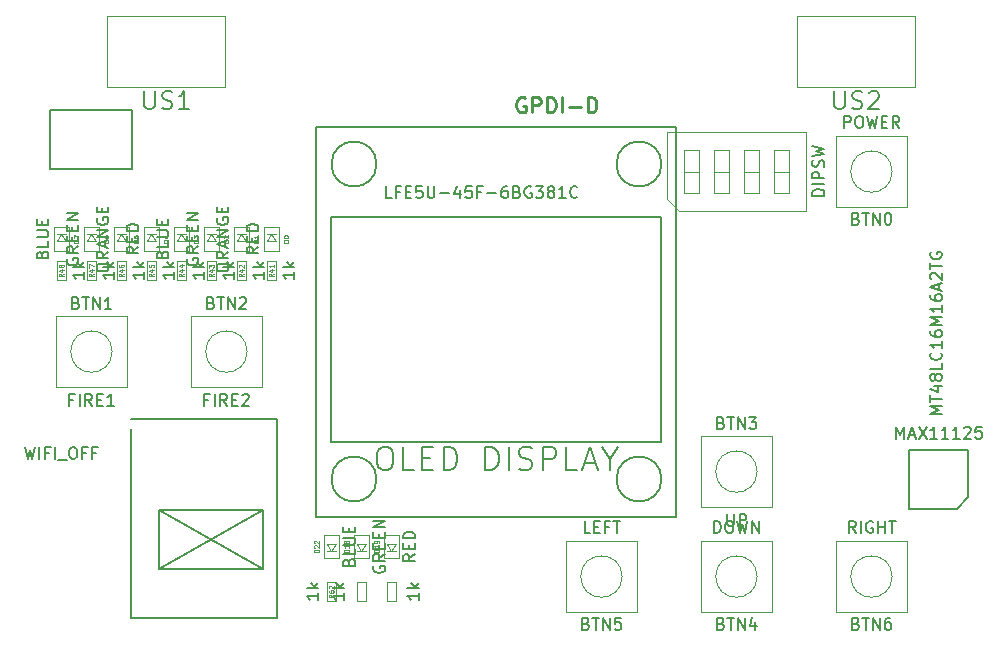
<source format=gbr>
G04 #@! TF.FileFunction,Other,Fab,Top*
%FSLAX46Y46*%
G04 Gerber Fmt 4.6, Leading zero omitted, Abs format (unit mm)*
G04 Created by KiCad (PCBNEW 4.0.7+dfsg1-1) date Thu Jan 11 13:34:10 2018*
%MOMM*%
%LPD*%
G01*
G04 APERTURE LIST*
%ADD10C,0.100000*%
%ADD11C,0.150000*%
%ADD12C,0.075000*%
%ADD13C,0.254000*%
G04 APERTURE END LIST*
D10*
X127990000Y-108880000D02*
X128790000Y-108880000D01*
X127990000Y-110480000D02*
X127990000Y-108880000D01*
X128790000Y-110480000D02*
X127990000Y-110480000D01*
X128790000Y-108880000D02*
X128790000Y-110480000D01*
X131330000Y-110480000D02*
X130530000Y-110480000D01*
X131330000Y-108880000D02*
X131330000Y-110480000D01*
X130530000Y-108880000D02*
X131330000Y-108880000D01*
X130530000Y-110480000D02*
X130530000Y-108880000D01*
X116880000Y-60925000D02*
X116880000Y-66925000D01*
X106880000Y-60925000D02*
X116880000Y-60925000D01*
X106880000Y-66925000D02*
X106880000Y-60925000D01*
X116880000Y-66925000D02*
X106880000Y-66925000D01*
X175300000Y-60925000D02*
X175300000Y-66925000D01*
X165300000Y-60925000D02*
X175300000Y-60925000D01*
X165300000Y-66925000D02*
X165300000Y-60925000D01*
X175300000Y-66925000D02*
X165300000Y-66925000D01*
D11*
X178785000Y-102655000D02*
X174785000Y-102655000D01*
X174785000Y-102655000D02*
X174785000Y-97655000D01*
X174785000Y-97655000D02*
X179785000Y-97655000D01*
X179785000Y-97655000D02*
X179785000Y-101655000D01*
X179785000Y-101655000D02*
X178785000Y-102655000D01*
X153790000Y-73485000D02*
G75*
G03X153790000Y-73485000I-1905000J0D01*
G01*
X129660000Y-73485000D02*
G75*
G03X129660000Y-73485000I-1905000J0D01*
G01*
X129660000Y-100155000D02*
G75*
G03X129660000Y-100155000I-1905000J0D01*
G01*
X153790000Y-100155000D02*
G75*
G03X153790000Y-100155000I-1905000J0D01*
G01*
X153790000Y-77930000D02*
X153790000Y-96980000D01*
X125850000Y-77930000D02*
X153790000Y-77930000D01*
X125850000Y-96980000D02*
X125850000Y-77930000D01*
X153790000Y-96980000D02*
X125850000Y-96980000D01*
X155060000Y-70310000D02*
X155060000Y-103330000D01*
X124580000Y-70310000D02*
X155060000Y-70310000D01*
X124580000Y-103330000D02*
X124580000Y-70310000D01*
X155060000Y-103330000D02*
X124580000Y-103330000D01*
D10*
X174570000Y-77120000D02*
X174570000Y-71120000D01*
X174570000Y-71120000D02*
X168570000Y-71120000D01*
X168570000Y-71120000D02*
X168570000Y-77120000D01*
X168570000Y-77120000D02*
X174570000Y-77120000D01*
X173320714Y-74120000D02*
G75*
G03X173320714Y-74120000I-1750714J0D01*
G01*
X102530000Y-86360000D02*
X102530000Y-92360000D01*
X102530000Y-92360000D02*
X108530000Y-92360000D01*
X108530000Y-92360000D02*
X108530000Y-86360000D01*
X108530000Y-86360000D02*
X102530000Y-86360000D01*
X107280714Y-89360000D02*
G75*
G03X107280714Y-89360000I-1750714J0D01*
G01*
X113960000Y-86360000D02*
X113960000Y-92360000D01*
X113960000Y-92360000D02*
X119960000Y-92360000D01*
X119960000Y-92360000D02*
X119960000Y-86360000D01*
X119960000Y-86360000D02*
X113960000Y-86360000D01*
X118710714Y-89360000D02*
G75*
G03X118710714Y-89360000I-1750714J0D01*
G01*
X157140000Y-96520000D02*
X157140000Y-102520000D01*
X157140000Y-102520000D02*
X163140000Y-102520000D01*
X163140000Y-102520000D02*
X163140000Y-96520000D01*
X163140000Y-96520000D02*
X157140000Y-96520000D01*
X161890714Y-99520000D02*
G75*
G03X161890714Y-99520000I-1750714J0D01*
G01*
X163140000Y-111410000D02*
X163140000Y-105410000D01*
X163140000Y-105410000D02*
X157140000Y-105410000D01*
X157140000Y-105410000D02*
X157140000Y-111410000D01*
X157140000Y-111410000D02*
X163140000Y-111410000D01*
X161890714Y-108410000D02*
G75*
G03X161890714Y-108410000I-1750714J0D01*
G01*
X151710000Y-111410000D02*
X151710000Y-105410000D01*
X151710000Y-105410000D02*
X145710000Y-105410000D01*
X145710000Y-105410000D02*
X145710000Y-111410000D01*
X145710000Y-111410000D02*
X151710000Y-111410000D01*
X150460714Y-108410000D02*
G75*
G03X150460714Y-108410000I-1750714J0D01*
G01*
X174570000Y-111410000D02*
X174570000Y-105410000D01*
X174570000Y-105410000D02*
X168570000Y-105410000D01*
X168570000Y-105410000D02*
X168570000Y-111410000D01*
X168570000Y-111410000D02*
X174570000Y-111410000D01*
X173320714Y-108410000D02*
G75*
G03X173320714Y-108410000I-1750714J0D01*
G01*
X154280000Y-76460000D02*
X154280000Y-70780000D01*
X154280000Y-70780000D02*
X166000000Y-70780000D01*
X166000000Y-70780000D02*
X166000000Y-77460000D01*
X166000000Y-77460000D02*
X155280000Y-77460000D01*
X155280000Y-77460000D02*
X154280000Y-76460000D01*
X155695000Y-75930000D02*
X156965000Y-75930000D01*
X156965000Y-75930000D02*
X156965000Y-72310000D01*
X156965000Y-72310000D02*
X155695000Y-72310000D01*
X155695000Y-72310000D02*
X155695000Y-75930000D01*
X155695000Y-74120000D02*
X156965000Y-74120000D01*
X158235000Y-75930000D02*
X159505000Y-75930000D01*
X159505000Y-75930000D02*
X159505000Y-72310000D01*
X159505000Y-72310000D02*
X158235000Y-72310000D01*
X158235000Y-72310000D02*
X158235000Y-75930000D01*
X158235000Y-74120000D02*
X159505000Y-74120000D01*
X160775000Y-75930000D02*
X162045000Y-75930000D01*
X162045000Y-75930000D02*
X162045000Y-72310000D01*
X162045000Y-72310000D02*
X160775000Y-72310000D01*
X160775000Y-72310000D02*
X160775000Y-75930000D01*
X160775000Y-74120000D02*
X162045000Y-74120000D01*
X163315000Y-75930000D02*
X164585000Y-75930000D01*
X164585000Y-75930000D02*
X164585000Y-72310000D01*
X164585000Y-72310000D02*
X163315000Y-72310000D01*
X163315000Y-72310000D02*
X163315000Y-75930000D01*
X163315000Y-74120000D02*
X164585000Y-74120000D01*
X125450000Y-106270000D02*
X126250000Y-106270000D01*
X125850000Y-106270000D02*
X125450000Y-105670000D01*
X126250000Y-105670000D02*
X125850000Y-106270000D01*
X125450000Y-105670000D02*
X126250000Y-105670000D01*
X126450000Y-104870000D02*
X126450000Y-106870000D01*
X125250000Y-104870000D02*
X126450000Y-104870000D01*
X125250000Y-106870000D02*
X125250000Y-104870000D01*
X126450000Y-106870000D02*
X125250000Y-106870000D01*
X125450000Y-108880000D02*
X126250000Y-108880000D01*
X125450000Y-110480000D02*
X125450000Y-108880000D01*
X126250000Y-110480000D02*
X125450000Y-110480000D01*
X126250000Y-108880000D02*
X126250000Y-110480000D01*
X127990000Y-106270000D02*
X128790000Y-106270000D01*
X128390000Y-106270000D02*
X127990000Y-105670000D01*
X128790000Y-105670000D02*
X128390000Y-106270000D01*
X127990000Y-105670000D02*
X128790000Y-105670000D01*
X128990000Y-104870000D02*
X128990000Y-106870000D01*
X127790000Y-104870000D02*
X128990000Y-104870000D01*
X127790000Y-106870000D02*
X127790000Y-104870000D01*
X128990000Y-106870000D02*
X127790000Y-106870000D01*
X121170000Y-79435000D02*
X120370000Y-79435000D01*
X120770000Y-79435000D02*
X121170000Y-80035000D01*
X120370000Y-80035000D02*
X120770000Y-79435000D01*
X121170000Y-80035000D02*
X120370000Y-80035000D01*
X120170000Y-80835000D02*
X120170000Y-78835000D01*
X121370000Y-80835000D02*
X120170000Y-80835000D01*
X121370000Y-78835000D02*
X121370000Y-80835000D01*
X120170000Y-78835000D02*
X121370000Y-78835000D01*
X118630000Y-79435000D02*
X117830000Y-79435000D01*
X118230000Y-79435000D02*
X118630000Y-80035000D01*
X117830000Y-80035000D02*
X118230000Y-79435000D01*
X118630000Y-80035000D02*
X117830000Y-80035000D01*
X117630000Y-80835000D02*
X117630000Y-78835000D01*
X118830000Y-80835000D02*
X117630000Y-80835000D01*
X118830000Y-78835000D02*
X118830000Y-80835000D01*
X117630000Y-78835000D02*
X118830000Y-78835000D01*
X116090000Y-79435000D02*
X115290000Y-79435000D01*
X115690000Y-79435000D02*
X116090000Y-80035000D01*
X115290000Y-80035000D02*
X115690000Y-79435000D01*
X116090000Y-80035000D02*
X115290000Y-80035000D01*
X115090000Y-80835000D02*
X115090000Y-78835000D01*
X116290000Y-80835000D02*
X115090000Y-80835000D01*
X116290000Y-78835000D02*
X116290000Y-80835000D01*
X115090000Y-78835000D02*
X116290000Y-78835000D01*
X113550000Y-79435000D02*
X112750000Y-79435000D01*
X113150000Y-79435000D02*
X113550000Y-80035000D01*
X112750000Y-80035000D02*
X113150000Y-79435000D01*
X113550000Y-80035000D02*
X112750000Y-80035000D01*
X112550000Y-80835000D02*
X112550000Y-78835000D01*
X113750000Y-80835000D02*
X112550000Y-80835000D01*
X113750000Y-78835000D02*
X113750000Y-80835000D01*
X112550000Y-78835000D02*
X113750000Y-78835000D01*
X111010000Y-79435000D02*
X110210000Y-79435000D01*
X110610000Y-79435000D02*
X111010000Y-80035000D01*
X110210000Y-80035000D02*
X110610000Y-79435000D01*
X111010000Y-80035000D02*
X110210000Y-80035000D01*
X110010000Y-80835000D02*
X110010000Y-78835000D01*
X111210000Y-80835000D02*
X110010000Y-80835000D01*
X111210000Y-78835000D02*
X111210000Y-80835000D01*
X110010000Y-78835000D02*
X111210000Y-78835000D01*
X108470000Y-79435000D02*
X107670000Y-79435000D01*
X108070000Y-79435000D02*
X108470000Y-80035000D01*
X107670000Y-80035000D02*
X108070000Y-79435000D01*
X108470000Y-80035000D02*
X107670000Y-80035000D01*
X107470000Y-80835000D02*
X107470000Y-78835000D01*
X108670000Y-80835000D02*
X107470000Y-80835000D01*
X108670000Y-78835000D02*
X108670000Y-80835000D01*
X107470000Y-78835000D02*
X108670000Y-78835000D01*
X105930000Y-79435000D02*
X105130000Y-79435000D01*
X105530000Y-79435000D02*
X105930000Y-80035000D01*
X105130000Y-80035000D02*
X105530000Y-79435000D01*
X105930000Y-80035000D02*
X105130000Y-80035000D01*
X104930000Y-80835000D02*
X104930000Y-78835000D01*
X106130000Y-80835000D02*
X104930000Y-80835000D01*
X106130000Y-78835000D02*
X106130000Y-80835000D01*
X104930000Y-78835000D02*
X106130000Y-78835000D01*
X103390000Y-79435000D02*
X102590000Y-79435000D01*
X102990000Y-79435000D02*
X103390000Y-80035000D01*
X102590000Y-80035000D02*
X102990000Y-79435000D01*
X103390000Y-80035000D02*
X102590000Y-80035000D01*
X102390000Y-80835000D02*
X102390000Y-78835000D01*
X103590000Y-80835000D02*
X102390000Y-80835000D01*
X103590000Y-78835000D02*
X103590000Y-80835000D01*
X102390000Y-78835000D02*
X103590000Y-78835000D01*
X130530000Y-106270000D02*
X131330000Y-106270000D01*
X130930000Y-106270000D02*
X130530000Y-105670000D01*
X131330000Y-105670000D02*
X130930000Y-106270000D01*
X130530000Y-105670000D02*
X131330000Y-105670000D01*
X131530000Y-104870000D02*
X131530000Y-106870000D01*
X130330000Y-104870000D02*
X131530000Y-104870000D01*
X130330000Y-106870000D02*
X130330000Y-104870000D01*
X131530000Y-106870000D02*
X130330000Y-106870000D01*
D11*
X120050000Y-102800000D02*
X111250000Y-107750000D01*
X120050000Y-107750000D02*
X111250000Y-102800000D01*
X120050000Y-102800000D02*
X120050000Y-107750000D01*
X111250000Y-102800000D02*
X111250000Y-107750000D01*
X111250000Y-107750000D02*
X120050000Y-107750000D01*
X120050000Y-102800000D02*
X111250000Y-102800000D01*
X121200000Y-95100000D02*
X108900000Y-95100000D01*
X121200000Y-111900000D02*
X121200000Y-95100000D01*
X108900000Y-111900000D02*
X121200000Y-111900000D01*
X108900000Y-95950000D02*
X108900000Y-111900000D01*
X109000000Y-68920000D02*
X109000000Y-73920000D01*
X102000000Y-68920000D02*
X109000000Y-68920000D01*
X102000000Y-73920000D02*
X102000000Y-68920000D01*
X109000000Y-73920000D02*
X102000000Y-73920000D01*
D10*
X121170000Y-83302000D02*
X120370000Y-83302000D01*
X121170000Y-81702000D02*
X121170000Y-83302000D01*
X120370000Y-81702000D02*
X121170000Y-81702000D01*
X120370000Y-83302000D02*
X120370000Y-81702000D01*
X118630000Y-83302000D02*
X117830000Y-83302000D01*
X118630000Y-81702000D02*
X118630000Y-83302000D01*
X117830000Y-81702000D02*
X118630000Y-81702000D01*
X117830000Y-83302000D02*
X117830000Y-81702000D01*
X116090000Y-83302000D02*
X115290000Y-83302000D01*
X116090000Y-81702000D02*
X116090000Y-83302000D01*
X115290000Y-81702000D02*
X116090000Y-81702000D01*
X115290000Y-83302000D02*
X115290000Y-81702000D01*
X113550000Y-83302000D02*
X112750000Y-83302000D01*
X113550000Y-81702000D02*
X113550000Y-83302000D01*
X112750000Y-81702000D02*
X113550000Y-81702000D01*
X112750000Y-83302000D02*
X112750000Y-81702000D01*
X111010000Y-83302000D02*
X110210000Y-83302000D01*
X111010000Y-81702000D02*
X111010000Y-83302000D01*
X110210000Y-81702000D02*
X111010000Y-81702000D01*
X110210000Y-83302000D02*
X110210000Y-81702000D01*
X108470000Y-83302000D02*
X107670000Y-83302000D01*
X108470000Y-81702000D02*
X108470000Y-83302000D01*
X107670000Y-81702000D02*
X108470000Y-81702000D01*
X107670000Y-83302000D02*
X107670000Y-81702000D01*
X105930000Y-83302000D02*
X105130000Y-83302000D01*
X105930000Y-81702000D02*
X105930000Y-83302000D01*
X105130000Y-81702000D02*
X105930000Y-81702000D01*
X105130000Y-83302000D02*
X105130000Y-81702000D01*
X103390000Y-83302000D02*
X102590000Y-83302000D01*
X103390000Y-81702000D02*
X103390000Y-83302000D01*
X102590000Y-81702000D02*
X103390000Y-81702000D01*
X102590000Y-83302000D02*
X102590000Y-81702000D01*
D11*
X99894762Y-97448381D02*
X100132857Y-98448381D01*
X100323334Y-97734095D01*
X100513810Y-98448381D01*
X100751905Y-97448381D01*
X101132857Y-98448381D02*
X101132857Y-97448381D01*
X101942381Y-97924571D02*
X101609047Y-97924571D01*
X101609047Y-98448381D02*
X101609047Y-97448381D01*
X102085238Y-97448381D01*
X102466190Y-98448381D02*
X102466190Y-97448381D01*
X102704285Y-98543619D02*
X103466190Y-98543619D01*
X103894761Y-97448381D02*
X104085238Y-97448381D01*
X104180476Y-97496000D01*
X104275714Y-97591238D01*
X104323333Y-97781714D01*
X104323333Y-98115048D01*
X104275714Y-98305524D01*
X104180476Y-98400762D01*
X104085238Y-98448381D01*
X103894761Y-98448381D01*
X103799523Y-98400762D01*
X103704285Y-98305524D01*
X103656666Y-98115048D01*
X103656666Y-97781714D01*
X103704285Y-97591238D01*
X103799523Y-97496000D01*
X103894761Y-97448381D01*
X105085238Y-97924571D02*
X104751904Y-97924571D01*
X104751904Y-98448381D02*
X104751904Y-97448381D01*
X105228095Y-97448381D01*
X105942381Y-97924571D02*
X105609047Y-97924571D01*
X105609047Y-98448381D02*
X105609047Y-97448381D01*
X106085238Y-97448381D01*
X126942381Y-109799047D02*
X126942381Y-110370476D01*
X126942381Y-110084762D02*
X125942381Y-110084762D01*
X126085238Y-110180000D01*
X126180476Y-110275238D01*
X126228095Y-110370476D01*
X126942381Y-109370476D02*
X125942381Y-109370476D01*
X126561429Y-109275238D02*
X126942381Y-108989523D01*
X126275714Y-108989523D02*
X126656667Y-109370476D01*
X133282381Y-109799047D02*
X133282381Y-110370476D01*
X133282381Y-110084762D02*
X132282381Y-110084762D01*
X132425238Y-110180000D01*
X132520476Y-110275238D01*
X132568095Y-110370476D01*
X133282381Y-109370476D02*
X132282381Y-109370476D01*
X132901429Y-109275238D02*
X133282381Y-108989523D01*
X132615714Y-108989523D02*
X132996667Y-109370476D01*
X110022858Y-67329571D02*
X110022858Y-68543857D01*
X110094286Y-68686714D01*
X110165715Y-68758143D01*
X110308572Y-68829571D01*
X110594286Y-68829571D01*
X110737144Y-68758143D01*
X110808572Y-68686714D01*
X110880001Y-68543857D01*
X110880001Y-67329571D01*
X111522858Y-68758143D02*
X111737144Y-68829571D01*
X112094287Y-68829571D01*
X112237144Y-68758143D01*
X112308573Y-68686714D01*
X112380001Y-68543857D01*
X112380001Y-68401000D01*
X112308573Y-68258143D01*
X112237144Y-68186714D01*
X112094287Y-68115286D01*
X111808573Y-68043857D01*
X111665715Y-67972429D01*
X111594287Y-67901000D01*
X111522858Y-67758143D01*
X111522858Y-67615286D01*
X111594287Y-67472429D01*
X111665715Y-67401000D01*
X111808573Y-67329571D01*
X112165715Y-67329571D01*
X112380001Y-67401000D01*
X113808572Y-68829571D02*
X112951429Y-68829571D01*
X113380001Y-68829571D02*
X113380001Y-67329571D01*
X113237144Y-67543857D01*
X113094286Y-67686714D01*
X112951429Y-67758143D01*
X168442858Y-67329571D02*
X168442858Y-68543857D01*
X168514286Y-68686714D01*
X168585715Y-68758143D01*
X168728572Y-68829571D01*
X169014286Y-68829571D01*
X169157144Y-68758143D01*
X169228572Y-68686714D01*
X169300001Y-68543857D01*
X169300001Y-67329571D01*
X169942858Y-68758143D02*
X170157144Y-68829571D01*
X170514287Y-68829571D01*
X170657144Y-68758143D01*
X170728573Y-68686714D01*
X170800001Y-68543857D01*
X170800001Y-68401000D01*
X170728573Y-68258143D01*
X170657144Y-68186714D01*
X170514287Y-68115286D01*
X170228573Y-68043857D01*
X170085715Y-67972429D01*
X170014287Y-67901000D01*
X169942858Y-67758143D01*
X169942858Y-67615286D01*
X170014287Y-67472429D01*
X170085715Y-67401000D01*
X170228573Y-67329571D01*
X170585715Y-67329571D01*
X170800001Y-67401000D01*
X171371429Y-67472429D02*
X171442858Y-67401000D01*
X171585715Y-67329571D01*
X171942858Y-67329571D01*
X172085715Y-67401000D01*
X172157144Y-67472429D01*
X172228572Y-67615286D01*
X172228572Y-67758143D01*
X172157144Y-67972429D01*
X171300001Y-68829571D01*
X172228572Y-68829571D01*
X173665952Y-96732381D02*
X173665952Y-95732381D01*
X173999286Y-96446667D01*
X174332619Y-95732381D01*
X174332619Y-96732381D01*
X174761190Y-96446667D02*
X175237381Y-96446667D01*
X174665952Y-96732381D02*
X174999285Y-95732381D01*
X175332619Y-96732381D01*
X175570714Y-95732381D02*
X176237381Y-96732381D01*
X176237381Y-95732381D02*
X175570714Y-96732381D01*
X177142143Y-96732381D02*
X176570714Y-96732381D01*
X176856428Y-96732381D02*
X176856428Y-95732381D01*
X176761190Y-95875238D01*
X176665952Y-95970476D01*
X176570714Y-96018095D01*
X178094524Y-96732381D02*
X177523095Y-96732381D01*
X177808809Y-96732381D02*
X177808809Y-95732381D01*
X177713571Y-95875238D01*
X177618333Y-95970476D01*
X177523095Y-96018095D01*
X179046905Y-96732381D02*
X178475476Y-96732381D01*
X178761190Y-96732381D02*
X178761190Y-95732381D01*
X178665952Y-95875238D01*
X178570714Y-95970476D01*
X178475476Y-96018095D01*
X179427857Y-95827619D02*
X179475476Y-95780000D01*
X179570714Y-95732381D01*
X179808810Y-95732381D01*
X179904048Y-95780000D01*
X179951667Y-95827619D01*
X179999286Y-95922857D01*
X179999286Y-96018095D01*
X179951667Y-96160952D01*
X179380238Y-96732381D01*
X179999286Y-96732381D01*
X180904048Y-95732381D02*
X180427857Y-95732381D01*
X180380238Y-96208571D01*
X180427857Y-96160952D01*
X180523095Y-96113333D01*
X180761191Y-96113333D01*
X180856429Y-96160952D01*
X180904048Y-96208571D01*
X180951667Y-96303810D01*
X180951667Y-96541905D01*
X180904048Y-96637143D01*
X180856429Y-96684762D01*
X180761191Y-96732381D01*
X180523095Y-96732381D01*
X180427857Y-96684762D01*
X180380238Y-96637143D01*
X130200952Y-97408762D02*
X130581904Y-97408762D01*
X130772380Y-97504000D01*
X130962857Y-97694476D01*
X131058095Y-98075429D01*
X131058095Y-98742095D01*
X130962857Y-99123048D01*
X130772380Y-99313524D01*
X130581904Y-99408762D01*
X130200952Y-99408762D01*
X130010476Y-99313524D01*
X129819999Y-99123048D01*
X129724761Y-98742095D01*
X129724761Y-98075429D01*
X129819999Y-97694476D01*
X130010476Y-97504000D01*
X130200952Y-97408762D01*
X132867618Y-99408762D02*
X131915237Y-99408762D01*
X131915237Y-97408762D01*
X133534285Y-98361143D02*
X134200952Y-98361143D01*
X134486666Y-99408762D02*
X133534285Y-99408762D01*
X133534285Y-97408762D01*
X134486666Y-97408762D01*
X135343809Y-99408762D02*
X135343809Y-97408762D01*
X135820000Y-97408762D01*
X136105714Y-97504000D01*
X136296190Y-97694476D01*
X136391429Y-97884952D01*
X136486667Y-98265905D01*
X136486667Y-98551619D01*
X136391429Y-98932571D01*
X136296190Y-99123048D01*
X136105714Y-99313524D01*
X135820000Y-99408762D01*
X135343809Y-99408762D01*
X138867619Y-99408762D02*
X138867619Y-97408762D01*
X139343810Y-97408762D01*
X139629524Y-97504000D01*
X139820000Y-97694476D01*
X139915239Y-97884952D01*
X140010477Y-98265905D01*
X140010477Y-98551619D01*
X139915239Y-98932571D01*
X139820000Y-99123048D01*
X139629524Y-99313524D01*
X139343810Y-99408762D01*
X138867619Y-99408762D01*
X140867619Y-99408762D02*
X140867619Y-97408762D01*
X141724762Y-99313524D02*
X142010477Y-99408762D01*
X142486667Y-99408762D01*
X142677143Y-99313524D01*
X142772381Y-99218286D01*
X142867620Y-99027810D01*
X142867620Y-98837333D01*
X142772381Y-98646857D01*
X142677143Y-98551619D01*
X142486667Y-98456381D01*
X142105715Y-98361143D01*
X141915239Y-98265905D01*
X141820000Y-98170667D01*
X141724762Y-97980190D01*
X141724762Y-97789714D01*
X141820000Y-97599238D01*
X141915239Y-97504000D01*
X142105715Y-97408762D01*
X142581905Y-97408762D01*
X142867620Y-97504000D01*
X143724762Y-99408762D02*
X143724762Y-97408762D01*
X144486667Y-97408762D01*
X144677143Y-97504000D01*
X144772382Y-97599238D01*
X144867620Y-97789714D01*
X144867620Y-98075429D01*
X144772382Y-98265905D01*
X144677143Y-98361143D01*
X144486667Y-98456381D01*
X143724762Y-98456381D01*
X146677143Y-99408762D02*
X145724762Y-99408762D01*
X145724762Y-97408762D01*
X147248572Y-98837333D02*
X148200953Y-98837333D01*
X147058096Y-99408762D02*
X147724763Y-97408762D01*
X148391430Y-99408762D01*
X149439049Y-98456381D02*
X149439049Y-99408762D01*
X148772382Y-97408762D02*
X149439049Y-98456381D01*
X150105716Y-97408762D01*
X169260476Y-70422381D02*
X169260476Y-69422381D01*
X169641429Y-69422381D01*
X169736667Y-69470000D01*
X169784286Y-69517619D01*
X169831905Y-69612857D01*
X169831905Y-69755714D01*
X169784286Y-69850952D01*
X169736667Y-69898571D01*
X169641429Y-69946190D01*
X169260476Y-69946190D01*
X170450952Y-69422381D02*
X170641429Y-69422381D01*
X170736667Y-69470000D01*
X170831905Y-69565238D01*
X170879524Y-69755714D01*
X170879524Y-70089048D01*
X170831905Y-70279524D01*
X170736667Y-70374762D01*
X170641429Y-70422381D01*
X170450952Y-70422381D01*
X170355714Y-70374762D01*
X170260476Y-70279524D01*
X170212857Y-70089048D01*
X170212857Y-69755714D01*
X170260476Y-69565238D01*
X170355714Y-69470000D01*
X170450952Y-69422381D01*
X171212857Y-69422381D02*
X171450952Y-70422381D01*
X171641429Y-69708095D01*
X171831905Y-70422381D01*
X172070000Y-69422381D01*
X172450952Y-69898571D02*
X172784286Y-69898571D01*
X172927143Y-70422381D02*
X172450952Y-70422381D01*
X172450952Y-69422381D01*
X172927143Y-69422381D01*
X173927143Y-70422381D02*
X173593809Y-69946190D01*
X173355714Y-70422381D02*
X173355714Y-69422381D01*
X173736667Y-69422381D01*
X173831905Y-69470000D01*
X173879524Y-69517619D01*
X173927143Y-69612857D01*
X173927143Y-69755714D01*
X173879524Y-69850952D01*
X173831905Y-69898571D01*
X173736667Y-69946190D01*
X173355714Y-69946190D01*
X170260477Y-78098571D02*
X170403334Y-78146190D01*
X170450953Y-78193810D01*
X170498572Y-78289048D01*
X170498572Y-78431905D01*
X170450953Y-78527143D01*
X170403334Y-78574762D01*
X170308096Y-78622381D01*
X169927143Y-78622381D01*
X169927143Y-77622381D01*
X170260477Y-77622381D01*
X170355715Y-77670000D01*
X170403334Y-77717619D01*
X170450953Y-77812857D01*
X170450953Y-77908095D01*
X170403334Y-78003333D01*
X170355715Y-78050952D01*
X170260477Y-78098571D01*
X169927143Y-78098571D01*
X170784286Y-77622381D02*
X171355715Y-77622381D01*
X171070000Y-78622381D02*
X171070000Y-77622381D01*
X171689048Y-78622381D02*
X171689048Y-77622381D01*
X172260477Y-78622381D01*
X172260477Y-77622381D01*
X172927143Y-77622381D02*
X173022382Y-77622381D01*
X173117620Y-77670000D01*
X173165239Y-77717619D01*
X173212858Y-77812857D01*
X173260477Y-78003333D01*
X173260477Y-78241429D01*
X173212858Y-78431905D01*
X173165239Y-78527143D01*
X173117620Y-78574762D01*
X173022382Y-78622381D01*
X172927143Y-78622381D01*
X172831905Y-78574762D01*
X172784286Y-78527143D01*
X172736667Y-78431905D01*
X172689048Y-78241429D01*
X172689048Y-78003333D01*
X172736667Y-77812857D01*
X172784286Y-77717619D01*
X172831905Y-77670000D01*
X172927143Y-77622381D01*
X104006191Y-93438571D02*
X103672857Y-93438571D01*
X103672857Y-93962381D02*
X103672857Y-92962381D01*
X104149048Y-92962381D01*
X104530000Y-93962381D02*
X104530000Y-92962381D01*
X105577619Y-93962381D02*
X105244285Y-93486190D01*
X105006190Y-93962381D02*
X105006190Y-92962381D01*
X105387143Y-92962381D01*
X105482381Y-93010000D01*
X105530000Y-93057619D01*
X105577619Y-93152857D01*
X105577619Y-93295714D01*
X105530000Y-93390952D01*
X105482381Y-93438571D01*
X105387143Y-93486190D01*
X105006190Y-93486190D01*
X106006190Y-93438571D02*
X106339524Y-93438571D01*
X106482381Y-93962381D02*
X106006190Y-93962381D01*
X106006190Y-92962381D01*
X106482381Y-92962381D01*
X107434762Y-93962381D02*
X106863333Y-93962381D01*
X107149047Y-93962381D02*
X107149047Y-92962381D01*
X107053809Y-93105238D01*
X106958571Y-93200476D01*
X106863333Y-93248095D01*
X104220477Y-85238571D02*
X104363334Y-85286190D01*
X104410953Y-85333810D01*
X104458572Y-85429048D01*
X104458572Y-85571905D01*
X104410953Y-85667143D01*
X104363334Y-85714762D01*
X104268096Y-85762381D01*
X103887143Y-85762381D01*
X103887143Y-84762381D01*
X104220477Y-84762381D01*
X104315715Y-84810000D01*
X104363334Y-84857619D01*
X104410953Y-84952857D01*
X104410953Y-85048095D01*
X104363334Y-85143333D01*
X104315715Y-85190952D01*
X104220477Y-85238571D01*
X103887143Y-85238571D01*
X104744286Y-84762381D02*
X105315715Y-84762381D01*
X105030000Y-85762381D02*
X105030000Y-84762381D01*
X105649048Y-85762381D02*
X105649048Y-84762381D01*
X106220477Y-85762381D01*
X106220477Y-84762381D01*
X107220477Y-85762381D02*
X106649048Y-85762381D01*
X106934762Y-85762381D02*
X106934762Y-84762381D01*
X106839524Y-84905238D01*
X106744286Y-85000476D01*
X106649048Y-85048095D01*
X115436191Y-93438571D02*
X115102857Y-93438571D01*
X115102857Y-93962381D02*
X115102857Y-92962381D01*
X115579048Y-92962381D01*
X115960000Y-93962381D02*
X115960000Y-92962381D01*
X117007619Y-93962381D02*
X116674285Y-93486190D01*
X116436190Y-93962381D02*
X116436190Y-92962381D01*
X116817143Y-92962381D01*
X116912381Y-93010000D01*
X116960000Y-93057619D01*
X117007619Y-93152857D01*
X117007619Y-93295714D01*
X116960000Y-93390952D01*
X116912381Y-93438571D01*
X116817143Y-93486190D01*
X116436190Y-93486190D01*
X117436190Y-93438571D02*
X117769524Y-93438571D01*
X117912381Y-93962381D02*
X117436190Y-93962381D01*
X117436190Y-92962381D01*
X117912381Y-92962381D01*
X118293333Y-93057619D02*
X118340952Y-93010000D01*
X118436190Y-92962381D01*
X118674286Y-92962381D01*
X118769524Y-93010000D01*
X118817143Y-93057619D01*
X118864762Y-93152857D01*
X118864762Y-93248095D01*
X118817143Y-93390952D01*
X118245714Y-93962381D01*
X118864762Y-93962381D01*
X115650477Y-85238571D02*
X115793334Y-85286190D01*
X115840953Y-85333810D01*
X115888572Y-85429048D01*
X115888572Y-85571905D01*
X115840953Y-85667143D01*
X115793334Y-85714762D01*
X115698096Y-85762381D01*
X115317143Y-85762381D01*
X115317143Y-84762381D01*
X115650477Y-84762381D01*
X115745715Y-84810000D01*
X115793334Y-84857619D01*
X115840953Y-84952857D01*
X115840953Y-85048095D01*
X115793334Y-85143333D01*
X115745715Y-85190952D01*
X115650477Y-85238571D01*
X115317143Y-85238571D01*
X116174286Y-84762381D02*
X116745715Y-84762381D01*
X116460000Y-85762381D02*
X116460000Y-84762381D01*
X117079048Y-85762381D02*
X117079048Y-84762381D01*
X117650477Y-85762381D01*
X117650477Y-84762381D01*
X118079048Y-84857619D02*
X118126667Y-84810000D01*
X118221905Y-84762381D01*
X118460001Y-84762381D01*
X118555239Y-84810000D01*
X118602858Y-84857619D01*
X118650477Y-84952857D01*
X118650477Y-85048095D01*
X118602858Y-85190952D01*
X118031429Y-85762381D01*
X118650477Y-85762381D01*
X159354286Y-103122381D02*
X159354286Y-103931905D01*
X159401905Y-104027143D01*
X159449524Y-104074762D01*
X159544762Y-104122381D01*
X159735239Y-104122381D01*
X159830477Y-104074762D01*
X159878096Y-104027143D01*
X159925715Y-103931905D01*
X159925715Y-103122381D01*
X160401905Y-104122381D02*
X160401905Y-103122381D01*
X160782858Y-103122381D01*
X160878096Y-103170000D01*
X160925715Y-103217619D01*
X160973334Y-103312857D01*
X160973334Y-103455714D01*
X160925715Y-103550952D01*
X160878096Y-103598571D01*
X160782858Y-103646190D01*
X160401905Y-103646190D01*
X158830477Y-95398571D02*
X158973334Y-95446190D01*
X159020953Y-95493810D01*
X159068572Y-95589048D01*
X159068572Y-95731905D01*
X159020953Y-95827143D01*
X158973334Y-95874762D01*
X158878096Y-95922381D01*
X158497143Y-95922381D01*
X158497143Y-94922381D01*
X158830477Y-94922381D01*
X158925715Y-94970000D01*
X158973334Y-95017619D01*
X159020953Y-95112857D01*
X159020953Y-95208095D01*
X158973334Y-95303333D01*
X158925715Y-95350952D01*
X158830477Y-95398571D01*
X158497143Y-95398571D01*
X159354286Y-94922381D02*
X159925715Y-94922381D01*
X159640000Y-95922381D02*
X159640000Y-94922381D01*
X160259048Y-95922381D02*
X160259048Y-94922381D01*
X160830477Y-95922381D01*
X160830477Y-94922381D01*
X161211429Y-94922381D02*
X161830477Y-94922381D01*
X161497143Y-95303333D01*
X161640001Y-95303333D01*
X161735239Y-95350952D01*
X161782858Y-95398571D01*
X161830477Y-95493810D01*
X161830477Y-95731905D01*
X161782858Y-95827143D01*
X161735239Y-95874762D01*
X161640001Y-95922381D01*
X161354286Y-95922381D01*
X161259048Y-95874762D01*
X161211429Y-95827143D01*
X158259048Y-104712381D02*
X158259048Y-103712381D01*
X158497143Y-103712381D01*
X158640001Y-103760000D01*
X158735239Y-103855238D01*
X158782858Y-103950476D01*
X158830477Y-104140952D01*
X158830477Y-104283810D01*
X158782858Y-104474286D01*
X158735239Y-104569524D01*
X158640001Y-104664762D01*
X158497143Y-104712381D01*
X158259048Y-104712381D01*
X159449524Y-103712381D02*
X159640001Y-103712381D01*
X159735239Y-103760000D01*
X159830477Y-103855238D01*
X159878096Y-104045714D01*
X159878096Y-104379048D01*
X159830477Y-104569524D01*
X159735239Y-104664762D01*
X159640001Y-104712381D01*
X159449524Y-104712381D01*
X159354286Y-104664762D01*
X159259048Y-104569524D01*
X159211429Y-104379048D01*
X159211429Y-104045714D01*
X159259048Y-103855238D01*
X159354286Y-103760000D01*
X159449524Y-103712381D01*
X160211429Y-103712381D02*
X160449524Y-104712381D01*
X160640001Y-103998095D01*
X160830477Y-104712381D01*
X161068572Y-103712381D01*
X161449524Y-104712381D02*
X161449524Y-103712381D01*
X162020953Y-104712381D01*
X162020953Y-103712381D01*
X158830477Y-112388571D02*
X158973334Y-112436190D01*
X159020953Y-112483810D01*
X159068572Y-112579048D01*
X159068572Y-112721905D01*
X159020953Y-112817143D01*
X158973334Y-112864762D01*
X158878096Y-112912381D01*
X158497143Y-112912381D01*
X158497143Y-111912381D01*
X158830477Y-111912381D01*
X158925715Y-111960000D01*
X158973334Y-112007619D01*
X159020953Y-112102857D01*
X159020953Y-112198095D01*
X158973334Y-112293333D01*
X158925715Y-112340952D01*
X158830477Y-112388571D01*
X158497143Y-112388571D01*
X159354286Y-111912381D02*
X159925715Y-111912381D01*
X159640000Y-112912381D02*
X159640000Y-111912381D01*
X160259048Y-112912381D02*
X160259048Y-111912381D01*
X160830477Y-112912381D01*
X160830477Y-111912381D01*
X161735239Y-112245714D02*
X161735239Y-112912381D01*
X161497143Y-111864762D02*
X161259048Y-112579048D01*
X161878096Y-112579048D01*
X147757619Y-104712381D02*
X147281428Y-104712381D01*
X147281428Y-103712381D01*
X148090952Y-104188571D02*
X148424286Y-104188571D01*
X148567143Y-104712381D02*
X148090952Y-104712381D01*
X148090952Y-103712381D01*
X148567143Y-103712381D01*
X149329048Y-104188571D02*
X148995714Y-104188571D01*
X148995714Y-104712381D02*
X148995714Y-103712381D01*
X149471905Y-103712381D01*
X149710000Y-103712381D02*
X150281429Y-103712381D01*
X149995714Y-104712381D02*
X149995714Y-103712381D01*
X147400477Y-112388571D02*
X147543334Y-112436190D01*
X147590953Y-112483810D01*
X147638572Y-112579048D01*
X147638572Y-112721905D01*
X147590953Y-112817143D01*
X147543334Y-112864762D01*
X147448096Y-112912381D01*
X147067143Y-112912381D01*
X147067143Y-111912381D01*
X147400477Y-111912381D01*
X147495715Y-111960000D01*
X147543334Y-112007619D01*
X147590953Y-112102857D01*
X147590953Y-112198095D01*
X147543334Y-112293333D01*
X147495715Y-112340952D01*
X147400477Y-112388571D01*
X147067143Y-112388571D01*
X147924286Y-111912381D02*
X148495715Y-111912381D01*
X148210000Y-112912381D02*
X148210000Y-111912381D01*
X148829048Y-112912381D02*
X148829048Y-111912381D01*
X149400477Y-112912381D01*
X149400477Y-111912381D01*
X150352858Y-111912381D02*
X149876667Y-111912381D01*
X149829048Y-112388571D01*
X149876667Y-112340952D01*
X149971905Y-112293333D01*
X150210001Y-112293333D01*
X150305239Y-112340952D01*
X150352858Y-112388571D01*
X150400477Y-112483810D01*
X150400477Y-112721905D01*
X150352858Y-112817143D01*
X150305239Y-112864762D01*
X150210001Y-112912381D01*
X149971905Y-112912381D01*
X149876667Y-112864762D01*
X149829048Y-112817143D01*
X170236667Y-104712381D02*
X169903333Y-104236190D01*
X169665238Y-104712381D02*
X169665238Y-103712381D01*
X170046191Y-103712381D01*
X170141429Y-103760000D01*
X170189048Y-103807619D01*
X170236667Y-103902857D01*
X170236667Y-104045714D01*
X170189048Y-104140952D01*
X170141429Y-104188571D01*
X170046191Y-104236190D01*
X169665238Y-104236190D01*
X170665238Y-104712381D02*
X170665238Y-103712381D01*
X171665238Y-103760000D02*
X171570000Y-103712381D01*
X171427143Y-103712381D01*
X171284285Y-103760000D01*
X171189047Y-103855238D01*
X171141428Y-103950476D01*
X171093809Y-104140952D01*
X171093809Y-104283810D01*
X171141428Y-104474286D01*
X171189047Y-104569524D01*
X171284285Y-104664762D01*
X171427143Y-104712381D01*
X171522381Y-104712381D01*
X171665238Y-104664762D01*
X171712857Y-104617143D01*
X171712857Y-104283810D01*
X171522381Y-104283810D01*
X172141428Y-104712381D02*
X172141428Y-103712381D01*
X172141428Y-104188571D02*
X172712857Y-104188571D01*
X172712857Y-104712381D02*
X172712857Y-103712381D01*
X173046190Y-103712381D02*
X173617619Y-103712381D01*
X173331904Y-104712381D02*
X173331904Y-103712381D01*
X170260477Y-112388571D02*
X170403334Y-112436190D01*
X170450953Y-112483810D01*
X170498572Y-112579048D01*
X170498572Y-112721905D01*
X170450953Y-112817143D01*
X170403334Y-112864762D01*
X170308096Y-112912381D01*
X169927143Y-112912381D01*
X169927143Y-111912381D01*
X170260477Y-111912381D01*
X170355715Y-111960000D01*
X170403334Y-112007619D01*
X170450953Y-112102857D01*
X170450953Y-112198095D01*
X170403334Y-112293333D01*
X170355715Y-112340952D01*
X170260477Y-112388571D01*
X169927143Y-112388571D01*
X170784286Y-111912381D02*
X171355715Y-111912381D01*
X171070000Y-112912381D02*
X171070000Y-111912381D01*
X171689048Y-112912381D02*
X171689048Y-111912381D01*
X172260477Y-112912381D01*
X172260477Y-111912381D01*
X173165239Y-111912381D02*
X172974762Y-111912381D01*
X172879524Y-111960000D01*
X172831905Y-112007619D01*
X172736667Y-112150476D01*
X172689048Y-112340952D01*
X172689048Y-112721905D01*
X172736667Y-112817143D01*
X172784286Y-112864762D01*
X172879524Y-112912381D01*
X173070001Y-112912381D01*
X173165239Y-112864762D01*
X173212858Y-112817143D01*
X173260477Y-112721905D01*
X173260477Y-112483810D01*
X173212858Y-112388571D01*
X173165239Y-112340952D01*
X173070001Y-112293333D01*
X172879524Y-112293333D01*
X172784286Y-112340952D01*
X172736667Y-112388571D01*
X172689048Y-112483810D01*
X167572381Y-76167619D02*
X166572381Y-76167619D01*
X166572381Y-75929524D01*
X166620000Y-75786666D01*
X166715238Y-75691428D01*
X166810476Y-75643809D01*
X167000952Y-75596190D01*
X167143810Y-75596190D01*
X167334286Y-75643809D01*
X167429524Y-75691428D01*
X167524762Y-75786666D01*
X167572381Y-75929524D01*
X167572381Y-76167619D01*
X167572381Y-75167619D02*
X166572381Y-75167619D01*
X167572381Y-74691429D02*
X166572381Y-74691429D01*
X166572381Y-74310476D01*
X166620000Y-74215238D01*
X166667619Y-74167619D01*
X166762857Y-74120000D01*
X166905714Y-74120000D01*
X167000952Y-74167619D01*
X167048571Y-74215238D01*
X167096190Y-74310476D01*
X167096190Y-74691429D01*
X167524762Y-73739048D02*
X167572381Y-73596191D01*
X167572381Y-73358095D01*
X167524762Y-73262857D01*
X167477143Y-73215238D01*
X167381905Y-73167619D01*
X167286667Y-73167619D01*
X167191429Y-73215238D01*
X167143810Y-73262857D01*
X167096190Y-73358095D01*
X167048571Y-73548572D01*
X167000952Y-73643810D01*
X166953333Y-73691429D01*
X166858095Y-73739048D01*
X166762857Y-73739048D01*
X166667619Y-73691429D01*
X166620000Y-73643810D01*
X166572381Y-73548572D01*
X166572381Y-73310476D01*
X166620000Y-73167619D01*
X166572381Y-72834286D02*
X167572381Y-72596191D01*
X166858095Y-72405714D01*
X167572381Y-72215238D01*
X166572381Y-71977143D01*
X130954762Y-76350381D02*
X130478571Y-76350381D01*
X130478571Y-75350381D01*
X131621429Y-75826571D02*
X131288095Y-75826571D01*
X131288095Y-76350381D02*
X131288095Y-75350381D01*
X131764286Y-75350381D01*
X132145238Y-75826571D02*
X132478572Y-75826571D01*
X132621429Y-76350381D02*
X132145238Y-76350381D01*
X132145238Y-75350381D01*
X132621429Y-75350381D01*
X133526191Y-75350381D02*
X133050000Y-75350381D01*
X133002381Y-75826571D01*
X133050000Y-75778952D01*
X133145238Y-75731333D01*
X133383334Y-75731333D01*
X133478572Y-75778952D01*
X133526191Y-75826571D01*
X133573810Y-75921810D01*
X133573810Y-76159905D01*
X133526191Y-76255143D01*
X133478572Y-76302762D01*
X133383334Y-76350381D01*
X133145238Y-76350381D01*
X133050000Y-76302762D01*
X133002381Y-76255143D01*
X134002381Y-75350381D02*
X134002381Y-76159905D01*
X134050000Y-76255143D01*
X134097619Y-76302762D01*
X134192857Y-76350381D01*
X134383334Y-76350381D01*
X134478572Y-76302762D01*
X134526191Y-76255143D01*
X134573810Y-76159905D01*
X134573810Y-75350381D01*
X135050000Y-75969429D02*
X135811905Y-75969429D01*
X136716667Y-75683714D02*
X136716667Y-76350381D01*
X136478571Y-75302762D02*
X136240476Y-76017048D01*
X136859524Y-76017048D01*
X137716667Y-75350381D02*
X137240476Y-75350381D01*
X137192857Y-75826571D01*
X137240476Y-75778952D01*
X137335714Y-75731333D01*
X137573810Y-75731333D01*
X137669048Y-75778952D01*
X137716667Y-75826571D01*
X137764286Y-75921810D01*
X137764286Y-76159905D01*
X137716667Y-76255143D01*
X137669048Y-76302762D01*
X137573810Y-76350381D01*
X137335714Y-76350381D01*
X137240476Y-76302762D01*
X137192857Y-76255143D01*
X138526191Y-75826571D02*
X138192857Y-75826571D01*
X138192857Y-76350381D02*
X138192857Y-75350381D01*
X138669048Y-75350381D01*
X139050000Y-75969429D02*
X139811905Y-75969429D01*
X140716667Y-75350381D02*
X140526190Y-75350381D01*
X140430952Y-75398000D01*
X140383333Y-75445619D01*
X140288095Y-75588476D01*
X140240476Y-75778952D01*
X140240476Y-76159905D01*
X140288095Y-76255143D01*
X140335714Y-76302762D01*
X140430952Y-76350381D01*
X140621429Y-76350381D01*
X140716667Y-76302762D01*
X140764286Y-76255143D01*
X140811905Y-76159905D01*
X140811905Y-75921810D01*
X140764286Y-75826571D01*
X140716667Y-75778952D01*
X140621429Y-75731333D01*
X140430952Y-75731333D01*
X140335714Y-75778952D01*
X140288095Y-75826571D01*
X140240476Y-75921810D01*
X141573810Y-75826571D02*
X141716667Y-75874190D01*
X141764286Y-75921810D01*
X141811905Y-76017048D01*
X141811905Y-76159905D01*
X141764286Y-76255143D01*
X141716667Y-76302762D01*
X141621429Y-76350381D01*
X141240476Y-76350381D01*
X141240476Y-75350381D01*
X141573810Y-75350381D01*
X141669048Y-75398000D01*
X141716667Y-75445619D01*
X141764286Y-75540857D01*
X141764286Y-75636095D01*
X141716667Y-75731333D01*
X141669048Y-75778952D01*
X141573810Y-75826571D01*
X141240476Y-75826571D01*
X142764286Y-75398000D02*
X142669048Y-75350381D01*
X142526191Y-75350381D01*
X142383333Y-75398000D01*
X142288095Y-75493238D01*
X142240476Y-75588476D01*
X142192857Y-75778952D01*
X142192857Y-75921810D01*
X142240476Y-76112286D01*
X142288095Y-76207524D01*
X142383333Y-76302762D01*
X142526191Y-76350381D01*
X142621429Y-76350381D01*
X142764286Y-76302762D01*
X142811905Y-76255143D01*
X142811905Y-75921810D01*
X142621429Y-75921810D01*
X143145238Y-75350381D02*
X143764286Y-75350381D01*
X143430952Y-75731333D01*
X143573810Y-75731333D01*
X143669048Y-75778952D01*
X143716667Y-75826571D01*
X143764286Y-75921810D01*
X143764286Y-76159905D01*
X143716667Y-76255143D01*
X143669048Y-76302762D01*
X143573810Y-76350381D01*
X143288095Y-76350381D01*
X143192857Y-76302762D01*
X143145238Y-76255143D01*
X144335714Y-75778952D02*
X144240476Y-75731333D01*
X144192857Y-75683714D01*
X144145238Y-75588476D01*
X144145238Y-75540857D01*
X144192857Y-75445619D01*
X144240476Y-75398000D01*
X144335714Y-75350381D01*
X144526191Y-75350381D01*
X144621429Y-75398000D01*
X144669048Y-75445619D01*
X144716667Y-75540857D01*
X144716667Y-75588476D01*
X144669048Y-75683714D01*
X144621429Y-75731333D01*
X144526191Y-75778952D01*
X144335714Y-75778952D01*
X144240476Y-75826571D01*
X144192857Y-75874190D01*
X144145238Y-75969429D01*
X144145238Y-76159905D01*
X144192857Y-76255143D01*
X144240476Y-76302762D01*
X144335714Y-76350381D01*
X144526191Y-76350381D01*
X144621429Y-76302762D01*
X144669048Y-76255143D01*
X144716667Y-76159905D01*
X144716667Y-75969429D01*
X144669048Y-75874190D01*
X144621429Y-75826571D01*
X144526191Y-75778952D01*
X145669048Y-76350381D02*
X145097619Y-76350381D01*
X145383333Y-76350381D02*
X145383333Y-75350381D01*
X145288095Y-75493238D01*
X145192857Y-75588476D01*
X145097619Y-75636095D01*
X146669048Y-76255143D02*
X146621429Y-76302762D01*
X146478572Y-76350381D01*
X146383334Y-76350381D01*
X146240476Y-76302762D01*
X146145238Y-76207524D01*
X146097619Y-76112286D01*
X146050000Y-75921810D01*
X146050000Y-75778952D01*
X146097619Y-75588476D01*
X146145238Y-75493238D01*
X146240476Y-75398000D01*
X146383334Y-75350381D01*
X146478572Y-75350381D01*
X146621429Y-75398000D01*
X146669048Y-75445619D01*
X127328571Y-107179523D02*
X127376190Y-107036666D01*
X127423810Y-106989047D01*
X127519048Y-106941428D01*
X127661905Y-106941428D01*
X127757143Y-106989047D01*
X127804762Y-107036666D01*
X127852381Y-107131904D01*
X127852381Y-107512857D01*
X126852381Y-107512857D01*
X126852381Y-107179523D01*
X126900000Y-107084285D01*
X126947619Y-107036666D01*
X127042857Y-106989047D01*
X127138095Y-106989047D01*
X127233333Y-107036666D01*
X127280952Y-107084285D01*
X127328571Y-107179523D01*
X127328571Y-107512857D01*
X127852381Y-106036666D02*
X127852381Y-106512857D01*
X126852381Y-106512857D01*
X126852381Y-105703333D02*
X127661905Y-105703333D01*
X127757143Y-105655714D01*
X127804762Y-105608095D01*
X127852381Y-105512857D01*
X127852381Y-105322380D01*
X127804762Y-105227142D01*
X127757143Y-105179523D01*
X127661905Y-105131904D01*
X126852381Y-105131904D01*
X127328571Y-104655714D02*
X127328571Y-104322380D01*
X127852381Y-104179523D02*
X127852381Y-104655714D01*
X126852381Y-104655714D01*
X126852381Y-104179523D01*
D10*
X124780952Y-106355714D02*
X124380952Y-106355714D01*
X124380952Y-106260476D01*
X124400000Y-106203333D01*
X124438095Y-106165238D01*
X124476190Y-106146190D01*
X124552381Y-106127142D01*
X124609524Y-106127142D01*
X124685714Y-106146190D01*
X124723810Y-106165238D01*
X124761905Y-106203333D01*
X124780952Y-106260476D01*
X124780952Y-106355714D01*
X124419048Y-105974762D02*
X124400000Y-105955714D01*
X124380952Y-105917619D01*
X124380952Y-105822381D01*
X124400000Y-105784285D01*
X124419048Y-105765238D01*
X124457143Y-105746190D01*
X124495238Y-105746190D01*
X124552381Y-105765238D01*
X124780952Y-105993809D01*
X124780952Y-105746190D01*
X124419048Y-105593810D02*
X124400000Y-105574762D01*
X124380952Y-105536667D01*
X124380952Y-105441429D01*
X124400000Y-105403333D01*
X124419048Y-105384286D01*
X124457143Y-105365238D01*
X124495238Y-105365238D01*
X124552381Y-105384286D01*
X124780952Y-105612857D01*
X124780952Y-105365238D01*
D11*
X124752381Y-109799047D02*
X124752381Y-110370476D01*
X124752381Y-110084762D02*
X123752381Y-110084762D01*
X123895238Y-110180000D01*
X123990476Y-110275238D01*
X124038095Y-110370476D01*
X124752381Y-109370476D02*
X123752381Y-109370476D01*
X124371429Y-109275238D02*
X124752381Y-108989523D01*
X124085714Y-108989523D02*
X124466667Y-109370476D01*
D12*
X126030952Y-109937142D02*
X125840476Y-110070476D01*
X126030952Y-110165714D02*
X125630952Y-110165714D01*
X125630952Y-110013333D01*
X125650000Y-109975238D01*
X125669048Y-109956190D01*
X125707143Y-109937142D01*
X125764286Y-109937142D01*
X125802381Y-109956190D01*
X125821429Y-109975238D01*
X125840476Y-110013333D01*
X125840476Y-110165714D01*
X125630952Y-109594285D02*
X125630952Y-109670476D01*
X125650000Y-109708571D01*
X125669048Y-109727619D01*
X125726190Y-109765714D01*
X125802381Y-109784762D01*
X125954762Y-109784762D01*
X125992857Y-109765714D01*
X126011905Y-109746666D01*
X126030952Y-109708571D01*
X126030952Y-109632381D01*
X126011905Y-109594285D01*
X125992857Y-109575238D01*
X125954762Y-109556190D01*
X125859524Y-109556190D01*
X125821429Y-109575238D01*
X125802381Y-109594285D01*
X125783333Y-109632381D01*
X125783333Y-109708571D01*
X125802381Y-109746666D01*
X125821429Y-109765714D01*
X125859524Y-109784762D01*
X125669048Y-109403810D02*
X125650000Y-109384762D01*
X125630952Y-109346667D01*
X125630952Y-109251429D01*
X125650000Y-109213333D01*
X125669048Y-109194286D01*
X125707143Y-109175238D01*
X125745238Y-109175238D01*
X125802381Y-109194286D01*
X126030952Y-109422857D01*
X126030952Y-109175238D01*
D11*
X129440000Y-107536666D02*
X129392381Y-107631904D01*
X129392381Y-107774761D01*
X129440000Y-107917619D01*
X129535238Y-108012857D01*
X129630476Y-108060476D01*
X129820952Y-108108095D01*
X129963810Y-108108095D01*
X130154286Y-108060476D01*
X130249524Y-108012857D01*
X130344762Y-107917619D01*
X130392381Y-107774761D01*
X130392381Y-107679523D01*
X130344762Y-107536666D01*
X130297143Y-107489047D01*
X129963810Y-107489047D01*
X129963810Y-107679523D01*
X130392381Y-106489047D02*
X129916190Y-106822381D01*
X130392381Y-107060476D02*
X129392381Y-107060476D01*
X129392381Y-106679523D01*
X129440000Y-106584285D01*
X129487619Y-106536666D01*
X129582857Y-106489047D01*
X129725714Y-106489047D01*
X129820952Y-106536666D01*
X129868571Y-106584285D01*
X129916190Y-106679523D01*
X129916190Y-107060476D01*
X129868571Y-106060476D02*
X129868571Y-105727142D01*
X130392381Y-105584285D02*
X130392381Y-106060476D01*
X129392381Y-106060476D01*
X129392381Y-105584285D01*
X129868571Y-105155714D02*
X129868571Y-104822380D01*
X130392381Y-104679523D02*
X130392381Y-105155714D01*
X129392381Y-105155714D01*
X129392381Y-104679523D01*
X130392381Y-104250952D02*
X129392381Y-104250952D01*
X130392381Y-103679523D01*
X129392381Y-103679523D01*
D10*
X127320952Y-106355714D02*
X126920952Y-106355714D01*
X126920952Y-106260476D01*
X126940000Y-106203333D01*
X126978095Y-106165238D01*
X127016190Y-106146190D01*
X127092381Y-106127142D01*
X127149524Y-106127142D01*
X127225714Y-106146190D01*
X127263810Y-106165238D01*
X127301905Y-106203333D01*
X127320952Y-106260476D01*
X127320952Y-106355714D01*
X127320952Y-105746190D02*
X127320952Y-105974762D01*
X127320952Y-105860476D02*
X126920952Y-105860476D01*
X126978095Y-105898571D01*
X127016190Y-105936666D01*
X127035238Y-105974762D01*
X127092381Y-105517619D02*
X127073333Y-105555714D01*
X127054286Y-105574762D01*
X127016190Y-105593810D01*
X126997143Y-105593810D01*
X126959048Y-105574762D01*
X126940000Y-105555714D01*
X126920952Y-105517619D01*
X126920952Y-105441429D01*
X126940000Y-105403333D01*
X126959048Y-105384286D01*
X126997143Y-105365238D01*
X127016190Y-105365238D01*
X127054286Y-105384286D01*
X127073333Y-105403333D01*
X127092381Y-105441429D01*
X127092381Y-105517619D01*
X127111429Y-105555714D01*
X127130476Y-105574762D01*
X127168571Y-105593810D01*
X127244762Y-105593810D01*
X127282857Y-105574762D01*
X127301905Y-105555714D01*
X127320952Y-105517619D01*
X127320952Y-105441429D01*
X127301905Y-105403333D01*
X127282857Y-105384286D01*
X127244762Y-105365238D01*
X127168571Y-105365238D01*
X127130476Y-105384286D01*
X127111429Y-105403333D01*
X127092381Y-105441429D01*
D11*
X119672381Y-80477857D02*
X119196190Y-80811191D01*
X119672381Y-81049286D02*
X118672381Y-81049286D01*
X118672381Y-80668333D01*
X118720000Y-80573095D01*
X118767619Y-80525476D01*
X118862857Y-80477857D01*
X119005714Y-80477857D01*
X119100952Y-80525476D01*
X119148571Y-80573095D01*
X119196190Y-80668333D01*
X119196190Y-81049286D01*
X119148571Y-80049286D02*
X119148571Y-79715952D01*
X119672381Y-79573095D02*
X119672381Y-80049286D01*
X118672381Y-80049286D01*
X118672381Y-79573095D01*
X119672381Y-79144524D02*
X118672381Y-79144524D01*
X118672381Y-78906429D01*
X118720000Y-78763571D01*
X118815238Y-78668333D01*
X118910476Y-78620714D01*
X119100952Y-78573095D01*
X119243810Y-78573095D01*
X119434286Y-78620714D01*
X119529524Y-78668333D01*
X119624762Y-78763571D01*
X119672381Y-78906429D01*
X119672381Y-79144524D01*
D10*
X122200952Y-80130238D02*
X121800952Y-80130238D01*
X121800952Y-80035000D01*
X121820000Y-79977857D01*
X121858095Y-79939762D01*
X121896190Y-79920714D01*
X121972381Y-79901666D01*
X122029524Y-79901666D01*
X122105714Y-79920714D01*
X122143810Y-79939762D01*
X122181905Y-79977857D01*
X122200952Y-80035000D01*
X122200952Y-80130238D01*
X121800952Y-79654047D02*
X121800952Y-79615952D01*
X121820000Y-79577857D01*
X121839048Y-79558809D01*
X121877143Y-79539762D01*
X121953333Y-79520714D01*
X122048571Y-79520714D01*
X122124762Y-79539762D01*
X122162857Y-79558809D01*
X122181905Y-79577857D01*
X122200952Y-79615952D01*
X122200952Y-79654047D01*
X122181905Y-79692143D01*
X122162857Y-79711190D01*
X122124762Y-79730238D01*
X122048571Y-79749286D01*
X121953333Y-79749286D01*
X121877143Y-79730238D01*
X121839048Y-79711190D01*
X121820000Y-79692143D01*
X121800952Y-79654047D01*
D11*
X116132381Y-82335000D02*
X116132381Y-82144523D01*
X116180000Y-82049285D01*
X116275238Y-81954047D01*
X116465714Y-81906428D01*
X116799048Y-81906428D01*
X116989524Y-81954047D01*
X117084762Y-82049285D01*
X117132381Y-82144523D01*
X117132381Y-82335000D01*
X117084762Y-82430238D01*
X116989524Y-82525476D01*
X116799048Y-82573095D01*
X116465714Y-82573095D01*
X116275238Y-82525476D01*
X116180000Y-82430238D01*
X116132381Y-82335000D01*
X117132381Y-80906428D02*
X116656190Y-81239762D01*
X117132381Y-81477857D02*
X116132381Y-81477857D01*
X116132381Y-81096904D01*
X116180000Y-81001666D01*
X116227619Y-80954047D01*
X116322857Y-80906428D01*
X116465714Y-80906428D01*
X116560952Y-80954047D01*
X116608571Y-81001666D01*
X116656190Y-81096904D01*
X116656190Y-81477857D01*
X116846667Y-80525476D02*
X116846667Y-80049285D01*
X117132381Y-80620714D02*
X116132381Y-80287381D01*
X117132381Y-79954047D01*
X117132381Y-79620714D02*
X116132381Y-79620714D01*
X117132381Y-79049285D01*
X116132381Y-79049285D01*
X116180000Y-78049285D02*
X116132381Y-78144523D01*
X116132381Y-78287380D01*
X116180000Y-78430238D01*
X116275238Y-78525476D01*
X116370476Y-78573095D01*
X116560952Y-78620714D01*
X116703810Y-78620714D01*
X116894286Y-78573095D01*
X116989524Y-78525476D01*
X117084762Y-78430238D01*
X117132381Y-78287380D01*
X117132381Y-78192142D01*
X117084762Y-78049285D01*
X117037143Y-78001666D01*
X116703810Y-78001666D01*
X116703810Y-78192142D01*
X116608571Y-77573095D02*
X116608571Y-77239761D01*
X117132381Y-77096904D02*
X117132381Y-77573095D01*
X116132381Y-77573095D01*
X116132381Y-77096904D01*
D10*
X119660952Y-80130238D02*
X119260952Y-80130238D01*
X119260952Y-80035000D01*
X119280000Y-79977857D01*
X119318095Y-79939762D01*
X119356190Y-79920714D01*
X119432381Y-79901666D01*
X119489524Y-79901666D01*
X119565714Y-79920714D01*
X119603810Y-79939762D01*
X119641905Y-79977857D01*
X119660952Y-80035000D01*
X119660952Y-80130238D01*
X119660952Y-79520714D02*
X119660952Y-79749286D01*
X119660952Y-79635000D02*
X119260952Y-79635000D01*
X119318095Y-79673095D01*
X119356190Y-79711190D01*
X119375238Y-79749286D01*
D11*
X113640000Y-81501666D02*
X113592381Y-81596904D01*
X113592381Y-81739761D01*
X113640000Y-81882619D01*
X113735238Y-81977857D01*
X113830476Y-82025476D01*
X114020952Y-82073095D01*
X114163810Y-82073095D01*
X114354286Y-82025476D01*
X114449524Y-81977857D01*
X114544762Y-81882619D01*
X114592381Y-81739761D01*
X114592381Y-81644523D01*
X114544762Y-81501666D01*
X114497143Y-81454047D01*
X114163810Y-81454047D01*
X114163810Y-81644523D01*
X114592381Y-80454047D02*
X114116190Y-80787381D01*
X114592381Y-81025476D02*
X113592381Y-81025476D01*
X113592381Y-80644523D01*
X113640000Y-80549285D01*
X113687619Y-80501666D01*
X113782857Y-80454047D01*
X113925714Y-80454047D01*
X114020952Y-80501666D01*
X114068571Y-80549285D01*
X114116190Y-80644523D01*
X114116190Y-81025476D01*
X114068571Y-80025476D02*
X114068571Y-79692142D01*
X114592381Y-79549285D02*
X114592381Y-80025476D01*
X113592381Y-80025476D01*
X113592381Y-79549285D01*
X114068571Y-79120714D02*
X114068571Y-78787380D01*
X114592381Y-78644523D02*
X114592381Y-79120714D01*
X113592381Y-79120714D01*
X113592381Y-78644523D01*
X114592381Y-78215952D02*
X113592381Y-78215952D01*
X114592381Y-77644523D01*
X113592381Y-77644523D01*
D10*
X117120952Y-80130238D02*
X116720952Y-80130238D01*
X116720952Y-80035000D01*
X116740000Y-79977857D01*
X116778095Y-79939762D01*
X116816190Y-79920714D01*
X116892381Y-79901666D01*
X116949524Y-79901666D01*
X117025714Y-79920714D01*
X117063810Y-79939762D01*
X117101905Y-79977857D01*
X117120952Y-80035000D01*
X117120952Y-80130238D01*
X116759048Y-79749286D02*
X116740000Y-79730238D01*
X116720952Y-79692143D01*
X116720952Y-79596905D01*
X116740000Y-79558809D01*
X116759048Y-79539762D01*
X116797143Y-79520714D01*
X116835238Y-79520714D01*
X116892381Y-79539762D01*
X117120952Y-79768333D01*
X117120952Y-79520714D01*
D11*
X111528571Y-81144523D02*
X111576190Y-81001666D01*
X111623810Y-80954047D01*
X111719048Y-80906428D01*
X111861905Y-80906428D01*
X111957143Y-80954047D01*
X112004762Y-81001666D01*
X112052381Y-81096904D01*
X112052381Y-81477857D01*
X111052381Y-81477857D01*
X111052381Y-81144523D01*
X111100000Y-81049285D01*
X111147619Y-81001666D01*
X111242857Y-80954047D01*
X111338095Y-80954047D01*
X111433333Y-81001666D01*
X111480952Y-81049285D01*
X111528571Y-81144523D01*
X111528571Y-81477857D01*
X112052381Y-80001666D02*
X112052381Y-80477857D01*
X111052381Y-80477857D01*
X111052381Y-79668333D02*
X111861905Y-79668333D01*
X111957143Y-79620714D01*
X112004762Y-79573095D01*
X112052381Y-79477857D01*
X112052381Y-79287380D01*
X112004762Y-79192142D01*
X111957143Y-79144523D01*
X111861905Y-79096904D01*
X111052381Y-79096904D01*
X111528571Y-78620714D02*
X111528571Y-78287380D01*
X112052381Y-78144523D02*
X112052381Y-78620714D01*
X111052381Y-78620714D01*
X111052381Y-78144523D01*
D10*
X114580952Y-80130238D02*
X114180952Y-80130238D01*
X114180952Y-80035000D01*
X114200000Y-79977857D01*
X114238095Y-79939762D01*
X114276190Y-79920714D01*
X114352381Y-79901666D01*
X114409524Y-79901666D01*
X114485714Y-79920714D01*
X114523810Y-79939762D01*
X114561905Y-79977857D01*
X114580952Y-80035000D01*
X114580952Y-80130238D01*
X114180952Y-79768333D02*
X114180952Y-79520714D01*
X114333333Y-79654047D01*
X114333333Y-79596905D01*
X114352381Y-79558809D01*
X114371429Y-79539762D01*
X114409524Y-79520714D01*
X114504762Y-79520714D01*
X114542857Y-79539762D01*
X114561905Y-79558809D01*
X114580952Y-79596905D01*
X114580952Y-79711190D01*
X114561905Y-79749286D01*
X114542857Y-79768333D01*
D11*
X109512381Y-80477857D02*
X109036190Y-80811191D01*
X109512381Y-81049286D02*
X108512381Y-81049286D01*
X108512381Y-80668333D01*
X108560000Y-80573095D01*
X108607619Y-80525476D01*
X108702857Y-80477857D01*
X108845714Y-80477857D01*
X108940952Y-80525476D01*
X108988571Y-80573095D01*
X109036190Y-80668333D01*
X109036190Y-81049286D01*
X108988571Y-80049286D02*
X108988571Y-79715952D01*
X109512381Y-79573095D02*
X109512381Y-80049286D01*
X108512381Y-80049286D01*
X108512381Y-79573095D01*
X109512381Y-79144524D02*
X108512381Y-79144524D01*
X108512381Y-78906429D01*
X108560000Y-78763571D01*
X108655238Y-78668333D01*
X108750476Y-78620714D01*
X108940952Y-78573095D01*
X109083810Y-78573095D01*
X109274286Y-78620714D01*
X109369524Y-78668333D01*
X109464762Y-78763571D01*
X109512381Y-78906429D01*
X109512381Y-79144524D01*
D10*
X112040952Y-80130238D02*
X111640952Y-80130238D01*
X111640952Y-80035000D01*
X111660000Y-79977857D01*
X111698095Y-79939762D01*
X111736190Y-79920714D01*
X111812381Y-79901666D01*
X111869524Y-79901666D01*
X111945714Y-79920714D01*
X111983810Y-79939762D01*
X112021905Y-79977857D01*
X112040952Y-80035000D01*
X112040952Y-80130238D01*
X111774286Y-79558809D02*
X112040952Y-79558809D01*
X111621905Y-79654047D02*
X111907619Y-79749286D01*
X111907619Y-79501666D01*
D11*
X105972381Y-82335000D02*
X105972381Y-82144523D01*
X106020000Y-82049285D01*
X106115238Y-81954047D01*
X106305714Y-81906428D01*
X106639048Y-81906428D01*
X106829524Y-81954047D01*
X106924762Y-82049285D01*
X106972381Y-82144523D01*
X106972381Y-82335000D01*
X106924762Y-82430238D01*
X106829524Y-82525476D01*
X106639048Y-82573095D01*
X106305714Y-82573095D01*
X106115238Y-82525476D01*
X106020000Y-82430238D01*
X105972381Y-82335000D01*
X106972381Y-80906428D02*
X106496190Y-81239762D01*
X106972381Y-81477857D02*
X105972381Y-81477857D01*
X105972381Y-81096904D01*
X106020000Y-81001666D01*
X106067619Y-80954047D01*
X106162857Y-80906428D01*
X106305714Y-80906428D01*
X106400952Y-80954047D01*
X106448571Y-81001666D01*
X106496190Y-81096904D01*
X106496190Y-81477857D01*
X106686667Y-80525476D02*
X106686667Y-80049285D01*
X106972381Y-80620714D02*
X105972381Y-80287381D01*
X106972381Y-79954047D01*
X106972381Y-79620714D02*
X105972381Y-79620714D01*
X106972381Y-79049285D01*
X105972381Y-79049285D01*
X106020000Y-78049285D02*
X105972381Y-78144523D01*
X105972381Y-78287380D01*
X106020000Y-78430238D01*
X106115238Y-78525476D01*
X106210476Y-78573095D01*
X106400952Y-78620714D01*
X106543810Y-78620714D01*
X106734286Y-78573095D01*
X106829524Y-78525476D01*
X106924762Y-78430238D01*
X106972381Y-78287380D01*
X106972381Y-78192142D01*
X106924762Y-78049285D01*
X106877143Y-78001666D01*
X106543810Y-78001666D01*
X106543810Y-78192142D01*
X106448571Y-77573095D02*
X106448571Y-77239761D01*
X106972381Y-77096904D02*
X106972381Y-77573095D01*
X105972381Y-77573095D01*
X105972381Y-77096904D01*
D10*
X109500952Y-80130238D02*
X109100952Y-80130238D01*
X109100952Y-80035000D01*
X109120000Y-79977857D01*
X109158095Y-79939762D01*
X109196190Y-79920714D01*
X109272381Y-79901666D01*
X109329524Y-79901666D01*
X109405714Y-79920714D01*
X109443810Y-79939762D01*
X109481905Y-79977857D01*
X109500952Y-80035000D01*
X109500952Y-80130238D01*
X109100952Y-79539762D02*
X109100952Y-79730238D01*
X109291429Y-79749286D01*
X109272381Y-79730238D01*
X109253333Y-79692143D01*
X109253333Y-79596905D01*
X109272381Y-79558809D01*
X109291429Y-79539762D01*
X109329524Y-79520714D01*
X109424762Y-79520714D01*
X109462857Y-79539762D01*
X109481905Y-79558809D01*
X109500952Y-79596905D01*
X109500952Y-79692143D01*
X109481905Y-79730238D01*
X109462857Y-79749286D01*
D11*
X103480000Y-81501666D02*
X103432381Y-81596904D01*
X103432381Y-81739761D01*
X103480000Y-81882619D01*
X103575238Y-81977857D01*
X103670476Y-82025476D01*
X103860952Y-82073095D01*
X104003810Y-82073095D01*
X104194286Y-82025476D01*
X104289524Y-81977857D01*
X104384762Y-81882619D01*
X104432381Y-81739761D01*
X104432381Y-81644523D01*
X104384762Y-81501666D01*
X104337143Y-81454047D01*
X104003810Y-81454047D01*
X104003810Y-81644523D01*
X104432381Y-80454047D02*
X103956190Y-80787381D01*
X104432381Y-81025476D02*
X103432381Y-81025476D01*
X103432381Y-80644523D01*
X103480000Y-80549285D01*
X103527619Y-80501666D01*
X103622857Y-80454047D01*
X103765714Y-80454047D01*
X103860952Y-80501666D01*
X103908571Y-80549285D01*
X103956190Y-80644523D01*
X103956190Y-81025476D01*
X103908571Y-80025476D02*
X103908571Y-79692142D01*
X104432381Y-79549285D02*
X104432381Y-80025476D01*
X103432381Y-80025476D01*
X103432381Y-79549285D01*
X103908571Y-79120714D02*
X103908571Y-78787380D01*
X104432381Y-78644523D02*
X104432381Y-79120714D01*
X103432381Y-79120714D01*
X103432381Y-78644523D01*
X104432381Y-78215952D02*
X103432381Y-78215952D01*
X104432381Y-77644523D01*
X103432381Y-77644523D01*
D10*
X106960952Y-80130238D02*
X106560952Y-80130238D01*
X106560952Y-80035000D01*
X106580000Y-79977857D01*
X106618095Y-79939762D01*
X106656190Y-79920714D01*
X106732381Y-79901666D01*
X106789524Y-79901666D01*
X106865714Y-79920714D01*
X106903810Y-79939762D01*
X106941905Y-79977857D01*
X106960952Y-80035000D01*
X106960952Y-80130238D01*
X106560952Y-79558809D02*
X106560952Y-79635000D01*
X106580000Y-79673095D01*
X106599048Y-79692143D01*
X106656190Y-79730238D01*
X106732381Y-79749286D01*
X106884762Y-79749286D01*
X106922857Y-79730238D01*
X106941905Y-79711190D01*
X106960952Y-79673095D01*
X106960952Y-79596905D01*
X106941905Y-79558809D01*
X106922857Y-79539762D01*
X106884762Y-79520714D01*
X106789524Y-79520714D01*
X106751429Y-79539762D01*
X106732381Y-79558809D01*
X106713333Y-79596905D01*
X106713333Y-79673095D01*
X106732381Y-79711190D01*
X106751429Y-79730238D01*
X106789524Y-79749286D01*
D11*
X101368571Y-81144523D02*
X101416190Y-81001666D01*
X101463810Y-80954047D01*
X101559048Y-80906428D01*
X101701905Y-80906428D01*
X101797143Y-80954047D01*
X101844762Y-81001666D01*
X101892381Y-81096904D01*
X101892381Y-81477857D01*
X100892381Y-81477857D01*
X100892381Y-81144523D01*
X100940000Y-81049285D01*
X100987619Y-81001666D01*
X101082857Y-80954047D01*
X101178095Y-80954047D01*
X101273333Y-81001666D01*
X101320952Y-81049285D01*
X101368571Y-81144523D01*
X101368571Y-81477857D01*
X101892381Y-80001666D02*
X101892381Y-80477857D01*
X100892381Y-80477857D01*
X100892381Y-79668333D02*
X101701905Y-79668333D01*
X101797143Y-79620714D01*
X101844762Y-79573095D01*
X101892381Y-79477857D01*
X101892381Y-79287380D01*
X101844762Y-79192142D01*
X101797143Y-79144523D01*
X101701905Y-79096904D01*
X100892381Y-79096904D01*
X101368571Y-78620714D02*
X101368571Y-78287380D01*
X101892381Y-78144523D02*
X101892381Y-78620714D01*
X100892381Y-78620714D01*
X100892381Y-78144523D01*
D10*
X104420952Y-80130238D02*
X104020952Y-80130238D01*
X104020952Y-80035000D01*
X104040000Y-79977857D01*
X104078095Y-79939762D01*
X104116190Y-79920714D01*
X104192381Y-79901666D01*
X104249524Y-79901666D01*
X104325714Y-79920714D01*
X104363810Y-79939762D01*
X104401905Y-79977857D01*
X104420952Y-80035000D01*
X104420952Y-80130238D01*
X104020952Y-79768333D02*
X104020952Y-79501666D01*
X104420952Y-79673095D01*
D11*
X132932381Y-106512857D02*
X132456190Y-106846191D01*
X132932381Y-107084286D02*
X131932381Y-107084286D01*
X131932381Y-106703333D01*
X131980000Y-106608095D01*
X132027619Y-106560476D01*
X132122857Y-106512857D01*
X132265714Y-106512857D01*
X132360952Y-106560476D01*
X132408571Y-106608095D01*
X132456190Y-106703333D01*
X132456190Y-107084286D01*
X132408571Y-106084286D02*
X132408571Y-105750952D01*
X132932381Y-105608095D02*
X132932381Y-106084286D01*
X131932381Y-106084286D01*
X131932381Y-105608095D01*
X132932381Y-105179524D02*
X131932381Y-105179524D01*
X131932381Y-104941429D01*
X131980000Y-104798571D01*
X132075238Y-104703333D01*
X132170476Y-104655714D01*
X132360952Y-104608095D01*
X132503810Y-104608095D01*
X132694286Y-104655714D01*
X132789524Y-104703333D01*
X132884762Y-104798571D01*
X132932381Y-104941429D01*
X132932381Y-105179524D01*
D10*
X129860952Y-106355714D02*
X129460952Y-106355714D01*
X129460952Y-106260476D01*
X129480000Y-106203333D01*
X129518095Y-106165238D01*
X129556190Y-106146190D01*
X129632381Y-106127142D01*
X129689524Y-106127142D01*
X129765714Y-106146190D01*
X129803810Y-106165238D01*
X129841905Y-106203333D01*
X129860952Y-106260476D01*
X129860952Y-106355714D01*
X129860952Y-105746190D02*
X129860952Y-105974762D01*
X129860952Y-105860476D02*
X129460952Y-105860476D01*
X129518095Y-105898571D01*
X129556190Y-105936666D01*
X129575238Y-105974762D01*
X129860952Y-105555714D02*
X129860952Y-105479524D01*
X129841905Y-105441429D01*
X129822857Y-105422381D01*
X129765714Y-105384286D01*
X129689524Y-105365238D01*
X129537143Y-105365238D01*
X129499048Y-105384286D01*
X129480000Y-105403333D01*
X129460952Y-105441429D01*
X129460952Y-105517619D01*
X129480000Y-105555714D01*
X129499048Y-105574762D01*
X129537143Y-105593810D01*
X129632381Y-105593810D01*
X129670476Y-105574762D01*
X129689524Y-105555714D01*
X129708571Y-105517619D01*
X129708571Y-105441429D01*
X129689524Y-105403333D01*
X129670476Y-105384286D01*
X129632381Y-105365238D01*
D13*
X142239048Y-67897000D02*
X142118096Y-67836524D01*
X141936667Y-67836524D01*
X141755239Y-67897000D01*
X141634286Y-68017952D01*
X141573810Y-68138905D01*
X141513334Y-68380810D01*
X141513334Y-68562238D01*
X141573810Y-68804143D01*
X141634286Y-68925095D01*
X141755239Y-69046048D01*
X141936667Y-69106524D01*
X142057619Y-69106524D01*
X142239048Y-69046048D01*
X142299524Y-68985571D01*
X142299524Y-68562238D01*
X142057619Y-68562238D01*
X142843810Y-69106524D02*
X142843810Y-67836524D01*
X143327619Y-67836524D01*
X143448572Y-67897000D01*
X143509048Y-67957476D01*
X143569524Y-68078429D01*
X143569524Y-68259857D01*
X143509048Y-68380810D01*
X143448572Y-68441286D01*
X143327619Y-68501762D01*
X142843810Y-68501762D01*
X144113810Y-69106524D02*
X144113810Y-67836524D01*
X144416191Y-67836524D01*
X144597619Y-67897000D01*
X144718572Y-68017952D01*
X144779048Y-68138905D01*
X144839524Y-68380810D01*
X144839524Y-68562238D01*
X144779048Y-68804143D01*
X144718572Y-68925095D01*
X144597619Y-69046048D01*
X144416191Y-69106524D01*
X144113810Y-69106524D01*
X145383810Y-69106524D02*
X145383810Y-67836524D01*
X145988572Y-68622714D02*
X146956191Y-68622714D01*
X147560953Y-69106524D02*
X147560953Y-67836524D01*
X147863334Y-67836524D01*
X148044762Y-67897000D01*
X148165715Y-68017952D01*
X148226191Y-68138905D01*
X148286667Y-68380810D01*
X148286667Y-68562238D01*
X148226191Y-68804143D01*
X148165715Y-68925095D01*
X148044762Y-69046048D01*
X147863334Y-69106524D01*
X147560953Y-69106524D01*
D11*
X177545381Y-94633334D02*
X176545381Y-94633334D01*
X177259667Y-94300000D01*
X176545381Y-93966667D01*
X177545381Y-93966667D01*
X176545381Y-93633334D02*
X176545381Y-93061905D01*
X177545381Y-93347620D02*
X176545381Y-93347620D01*
X176878714Y-92300000D02*
X177545381Y-92300000D01*
X176497762Y-92538096D02*
X177212048Y-92776191D01*
X177212048Y-92157143D01*
X176973952Y-91633334D02*
X176926333Y-91728572D01*
X176878714Y-91776191D01*
X176783476Y-91823810D01*
X176735857Y-91823810D01*
X176640619Y-91776191D01*
X176593000Y-91728572D01*
X176545381Y-91633334D01*
X176545381Y-91442857D01*
X176593000Y-91347619D01*
X176640619Y-91300000D01*
X176735857Y-91252381D01*
X176783476Y-91252381D01*
X176878714Y-91300000D01*
X176926333Y-91347619D01*
X176973952Y-91442857D01*
X176973952Y-91633334D01*
X177021571Y-91728572D01*
X177069190Y-91776191D01*
X177164429Y-91823810D01*
X177354905Y-91823810D01*
X177450143Y-91776191D01*
X177497762Y-91728572D01*
X177545381Y-91633334D01*
X177545381Y-91442857D01*
X177497762Y-91347619D01*
X177450143Y-91300000D01*
X177354905Y-91252381D01*
X177164429Y-91252381D01*
X177069190Y-91300000D01*
X177021571Y-91347619D01*
X176973952Y-91442857D01*
X177545381Y-90347619D02*
X177545381Y-90823810D01*
X176545381Y-90823810D01*
X177450143Y-89442857D02*
X177497762Y-89490476D01*
X177545381Y-89633333D01*
X177545381Y-89728571D01*
X177497762Y-89871429D01*
X177402524Y-89966667D01*
X177307286Y-90014286D01*
X177116810Y-90061905D01*
X176973952Y-90061905D01*
X176783476Y-90014286D01*
X176688238Y-89966667D01*
X176593000Y-89871429D01*
X176545381Y-89728571D01*
X176545381Y-89633333D01*
X176593000Y-89490476D01*
X176640619Y-89442857D01*
X177545381Y-88490476D02*
X177545381Y-89061905D01*
X177545381Y-88776191D02*
X176545381Y-88776191D01*
X176688238Y-88871429D01*
X176783476Y-88966667D01*
X176831095Y-89061905D01*
X176545381Y-87633333D02*
X176545381Y-87823810D01*
X176593000Y-87919048D01*
X176640619Y-87966667D01*
X176783476Y-88061905D01*
X176973952Y-88109524D01*
X177354905Y-88109524D01*
X177450143Y-88061905D01*
X177497762Y-88014286D01*
X177545381Y-87919048D01*
X177545381Y-87728571D01*
X177497762Y-87633333D01*
X177450143Y-87585714D01*
X177354905Y-87538095D01*
X177116810Y-87538095D01*
X177021571Y-87585714D01*
X176973952Y-87633333D01*
X176926333Y-87728571D01*
X176926333Y-87919048D01*
X176973952Y-88014286D01*
X177021571Y-88061905D01*
X177116810Y-88109524D01*
X177545381Y-87109524D02*
X176545381Y-87109524D01*
X177259667Y-86776190D01*
X176545381Y-86442857D01*
X177545381Y-86442857D01*
X177545381Y-85442857D02*
X177545381Y-86014286D01*
X177545381Y-85728572D02*
X176545381Y-85728572D01*
X176688238Y-85823810D01*
X176783476Y-85919048D01*
X176831095Y-86014286D01*
X176545381Y-84585714D02*
X176545381Y-84776191D01*
X176593000Y-84871429D01*
X176640619Y-84919048D01*
X176783476Y-85014286D01*
X176973952Y-85061905D01*
X177354905Y-85061905D01*
X177450143Y-85014286D01*
X177497762Y-84966667D01*
X177545381Y-84871429D01*
X177545381Y-84680952D01*
X177497762Y-84585714D01*
X177450143Y-84538095D01*
X177354905Y-84490476D01*
X177116810Y-84490476D01*
X177021571Y-84538095D01*
X176973952Y-84585714D01*
X176926333Y-84680952D01*
X176926333Y-84871429D01*
X176973952Y-84966667D01*
X177021571Y-85014286D01*
X177116810Y-85061905D01*
X177259667Y-84109524D02*
X177259667Y-83633333D01*
X177545381Y-84204762D02*
X176545381Y-83871429D01*
X177545381Y-83538095D01*
X176640619Y-83252381D02*
X176593000Y-83204762D01*
X176545381Y-83109524D01*
X176545381Y-82871428D01*
X176593000Y-82776190D01*
X176640619Y-82728571D01*
X176735857Y-82680952D01*
X176831095Y-82680952D01*
X176973952Y-82728571D01*
X177545381Y-83300000D01*
X177545381Y-82680952D01*
X176545381Y-82395238D02*
X176545381Y-81823809D01*
X177545381Y-82109524D02*
X176545381Y-82109524D01*
X176593000Y-80966666D02*
X176545381Y-81061904D01*
X176545381Y-81204761D01*
X176593000Y-81347619D01*
X176688238Y-81442857D01*
X176783476Y-81490476D01*
X176973952Y-81538095D01*
X177116810Y-81538095D01*
X177307286Y-81490476D01*
X177402524Y-81442857D01*
X177497762Y-81347619D01*
X177545381Y-81204761D01*
X177545381Y-81109523D01*
X177497762Y-80966666D01*
X177450143Y-80919047D01*
X177116810Y-80919047D01*
X177116810Y-81109523D01*
X122722381Y-82621047D02*
X122722381Y-83192476D01*
X122722381Y-82906762D02*
X121722381Y-82906762D01*
X121865238Y-83002000D01*
X121960476Y-83097238D01*
X122008095Y-83192476D01*
X122722381Y-82192476D02*
X121722381Y-82192476D01*
X122341429Y-82097238D02*
X122722381Y-81811523D01*
X122055714Y-81811523D02*
X122436667Y-82192476D01*
D12*
X120950952Y-82759142D02*
X120760476Y-82892476D01*
X120950952Y-82987714D02*
X120550952Y-82987714D01*
X120550952Y-82835333D01*
X120570000Y-82797238D01*
X120589048Y-82778190D01*
X120627143Y-82759142D01*
X120684286Y-82759142D01*
X120722381Y-82778190D01*
X120741429Y-82797238D01*
X120760476Y-82835333D01*
X120760476Y-82987714D01*
X120684286Y-82416285D02*
X120950952Y-82416285D01*
X120531905Y-82511523D02*
X120817619Y-82606762D01*
X120817619Y-82359142D01*
X120950952Y-81997238D02*
X120950952Y-82225810D01*
X120950952Y-82111524D02*
X120550952Y-82111524D01*
X120608095Y-82149619D01*
X120646190Y-82187714D01*
X120665238Y-82225810D01*
D11*
X120182381Y-82621047D02*
X120182381Y-83192476D01*
X120182381Y-82906762D02*
X119182381Y-82906762D01*
X119325238Y-83002000D01*
X119420476Y-83097238D01*
X119468095Y-83192476D01*
X120182381Y-82192476D02*
X119182381Y-82192476D01*
X119801429Y-82097238D02*
X120182381Y-81811523D01*
X119515714Y-81811523D02*
X119896667Y-82192476D01*
D12*
X118410952Y-82759142D02*
X118220476Y-82892476D01*
X118410952Y-82987714D02*
X118010952Y-82987714D01*
X118010952Y-82835333D01*
X118030000Y-82797238D01*
X118049048Y-82778190D01*
X118087143Y-82759142D01*
X118144286Y-82759142D01*
X118182381Y-82778190D01*
X118201429Y-82797238D01*
X118220476Y-82835333D01*
X118220476Y-82987714D01*
X118144286Y-82416285D02*
X118410952Y-82416285D01*
X117991905Y-82511523D02*
X118277619Y-82606762D01*
X118277619Y-82359142D01*
X118049048Y-82225810D02*
X118030000Y-82206762D01*
X118010952Y-82168667D01*
X118010952Y-82073429D01*
X118030000Y-82035333D01*
X118049048Y-82016286D01*
X118087143Y-81997238D01*
X118125238Y-81997238D01*
X118182381Y-82016286D01*
X118410952Y-82244857D01*
X118410952Y-81997238D01*
D11*
X117642381Y-82621047D02*
X117642381Y-83192476D01*
X117642381Y-82906762D02*
X116642381Y-82906762D01*
X116785238Y-83002000D01*
X116880476Y-83097238D01*
X116928095Y-83192476D01*
X117642381Y-82192476D02*
X116642381Y-82192476D01*
X117261429Y-82097238D02*
X117642381Y-81811523D01*
X116975714Y-81811523D02*
X117356667Y-82192476D01*
D12*
X115870952Y-82759142D02*
X115680476Y-82892476D01*
X115870952Y-82987714D02*
X115470952Y-82987714D01*
X115470952Y-82835333D01*
X115490000Y-82797238D01*
X115509048Y-82778190D01*
X115547143Y-82759142D01*
X115604286Y-82759142D01*
X115642381Y-82778190D01*
X115661429Y-82797238D01*
X115680476Y-82835333D01*
X115680476Y-82987714D01*
X115604286Y-82416285D02*
X115870952Y-82416285D01*
X115451905Y-82511523D02*
X115737619Y-82606762D01*
X115737619Y-82359142D01*
X115470952Y-82244857D02*
X115470952Y-81997238D01*
X115623333Y-82130571D01*
X115623333Y-82073429D01*
X115642381Y-82035333D01*
X115661429Y-82016286D01*
X115699524Y-81997238D01*
X115794762Y-81997238D01*
X115832857Y-82016286D01*
X115851905Y-82035333D01*
X115870952Y-82073429D01*
X115870952Y-82187714D01*
X115851905Y-82225810D01*
X115832857Y-82244857D01*
D11*
X115102381Y-82621047D02*
X115102381Y-83192476D01*
X115102381Y-82906762D02*
X114102381Y-82906762D01*
X114245238Y-83002000D01*
X114340476Y-83097238D01*
X114388095Y-83192476D01*
X115102381Y-82192476D02*
X114102381Y-82192476D01*
X114721429Y-82097238D02*
X115102381Y-81811523D01*
X114435714Y-81811523D02*
X114816667Y-82192476D01*
D12*
X113330952Y-82759142D02*
X113140476Y-82892476D01*
X113330952Y-82987714D02*
X112930952Y-82987714D01*
X112930952Y-82835333D01*
X112950000Y-82797238D01*
X112969048Y-82778190D01*
X113007143Y-82759142D01*
X113064286Y-82759142D01*
X113102381Y-82778190D01*
X113121429Y-82797238D01*
X113140476Y-82835333D01*
X113140476Y-82987714D01*
X113064286Y-82416285D02*
X113330952Y-82416285D01*
X112911905Y-82511523D02*
X113197619Y-82606762D01*
X113197619Y-82359142D01*
X113064286Y-82035333D02*
X113330952Y-82035333D01*
X112911905Y-82130571D02*
X113197619Y-82225810D01*
X113197619Y-81978190D01*
D11*
X112562381Y-82621047D02*
X112562381Y-83192476D01*
X112562381Y-82906762D02*
X111562381Y-82906762D01*
X111705238Y-83002000D01*
X111800476Y-83097238D01*
X111848095Y-83192476D01*
X112562381Y-82192476D02*
X111562381Y-82192476D01*
X112181429Y-82097238D02*
X112562381Y-81811523D01*
X111895714Y-81811523D02*
X112276667Y-82192476D01*
D12*
X110790952Y-82759142D02*
X110600476Y-82892476D01*
X110790952Y-82987714D02*
X110390952Y-82987714D01*
X110390952Y-82835333D01*
X110410000Y-82797238D01*
X110429048Y-82778190D01*
X110467143Y-82759142D01*
X110524286Y-82759142D01*
X110562381Y-82778190D01*
X110581429Y-82797238D01*
X110600476Y-82835333D01*
X110600476Y-82987714D01*
X110524286Y-82416285D02*
X110790952Y-82416285D01*
X110371905Y-82511523D02*
X110657619Y-82606762D01*
X110657619Y-82359142D01*
X110390952Y-82016286D02*
X110390952Y-82206762D01*
X110581429Y-82225810D01*
X110562381Y-82206762D01*
X110543333Y-82168667D01*
X110543333Y-82073429D01*
X110562381Y-82035333D01*
X110581429Y-82016286D01*
X110619524Y-81997238D01*
X110714762Y-81997238D01*
X110752857Y-82016286D01*
X110771905Y-82035333D01*
X110790952Y-82073429D01*
X110790952Y-82168667D01*
X110771905Y-82206762D01*
X110752857Y-82225810D01*
D11*
X110022381Y-82621047D02*
X110022381Y-83192476D01*
X110022381Y-82906762D02*
X109022381Y-82906762D01*
X109165238Y-83002000D01*
X109260476Y-83097238D01*
X109308095Y-83192476D01*
X110022381Y-82192476D02*
X109022381Y-82192476D01*
X109641429Y-82097238D02*
X110022381Y-81811523D01*
X109355714Y-81811523D02*
X109736667Y-82192476D01*
D12*
X108250952Y-82759142D02*
X108060476Y-82892476D01*
X108250952Y-82987714D02*
X107850952Y-82987714D01*
X107850952Y-82835333D01*
X107870000Y-82797238D01*
X107889048Y-82778190D01*
X107927143Y-82759142D01*
X107984286Y-82759142D01*
X108022381Y-82778190D01*
X108041429Y-82797238D01*
X108060476Y-82835333D01*
X108060476Y-82987714D01*
X107984286Y-82416285D02*
X108250952Y-82416285D01*
X107831905Y-82511523D02*
X108117619Y-82606762D01*
X108117619Y-82359142D01*
X107850952Y-82035333D02*
X107850952Y-82111524D01*
X107870000Y-82149619D01*
X107889048Y-82168667D01*
X107946190Y-82206762D01*
X108022381Y-82225810D01*
X108174762Y-82225810D01*
X108212857Y-82206762D01*
X108231905Y-82187714D01*
X108250952Y-82149619D01*
X108250952Y-82073429D01*
X108231905Y-82035333D01*
X108212857Y-82016286D01*
X108174762Y-81997238D01*
X108079524Y-81997238D01*
X108041429Y-82016286D01*
X108022381Y-82035333D01*
X108003333Y-82073429D01*
X108003333Y-82149619D01*
X108022381Y-82187714D01*
X108041429Y-82206762D01*
X108079524Y-82225810D01*
D11*
X107482381Y-82621047D02*
X107482381Y-83192476D01*
X107482381Y-82906762D02*
X106482381Y-82906762D01*
X106625238Y-83002000D01*
X106720476Y-83097238D01*
X106768095Y-83192476D01*
X107482381Y-82192476D02*
X106482381Y-82192476D01*
X107101429Y-82097238D02*
X107482381Y-81811523D01*
X106815714Y-81811523D02*
X107196667Y-82192476D01*
D12*
X105710952Y-82759142D02*
X105520476Y-82892476D01*
X105710952Y-82987714D02*
X105310952Y-82987714D01*
X105310952Y-82835333D01*
X105330000Y-82797238D01*
X105349048Y-82778190D01*
X105387143Y-82759142D01*
X105444286Y-82759142D01*
X105482381Y-82778190D01*
X105501429Y-82797238D01*
X105520476Y-82835333D01*
X105520476Y-82987714D01*
X105444286Y-82416285D02*
X105710952Y-82416285D01*
X105291905Y-82511523D02*
X105577619Y-82606762D01*
X105577619Y-82359142D01*
X105310952Y-82244857D02*
X105310952Y-81978190D01*
X105710952Y-82149619D01*
D11*
X104942381Y-82621047D02*
X104942381Y-83192476D01*
X104942381Y-82906762D02*
X103942381Y-82906762D01*
X104085238Y-83002000D01*
X104180476Y-83097238D01*
X104228095Y-83192476D01*
X104942381Y-82192476D02*
X103942381Y-82192476D01*
X104561429Y-82097238D02*
X104942381Y-81811523D01*
X104275714Y-81811523D02*
X104656667Y-82192476D01*
D12*
X103170952Y-82759142D02*
X102980476Y-82892476D01*
X103170952Y-82987714D02*
X102770952Y-82987714D01*
X102770952Y-82835333D01*
X102790000Y-82797238D01*
X102809048Y-82778190D01*
X102847143Y-82759142D01*
X102904286Y-82759142D01*
X102942381Y-82778190D01*
X102961429Y-82797238D01*
X102980476Y-82835333D01*
X102980476Y-82987714D01*
X102904286Y-82416285D02*
X103170952Y-82416285D01*
X102751905Y-82511523D02*
X103037619Y-82606762D01*
X103037619Y-82359142D01*
X102942381Y-82149619D02*
X102923333Y-82187714D01*
X102904286Y-82206762D01*
X102866190Y-82225810D01*
X102847143Y-82225810D01*
X102809048Y-82206762D01*
X102790000Y-82187714D01*
X102770952Y-82149619D01*
X102770952Y-82073429D01*
X102790000Y-82035333D01*
X102809048Y-82016286D01*
X102847143Y-81997238D01*
X102866190Y-81997238D01*
X102904286Y-82016286D01*
X102923333Y-82035333D01*
X102942381Y-82073429D01*
X102942381Y-82149619D01*
X102961429Y-82187714D01*
X102980476Y-82206762D01*
X103018571Y-82225810D01*
X103094762Y-82225810D01*
X103132857Y-82206762D01*
X103151905Y-82187714D01*
X103170952Y-82149619D01*
X103170952Y-82073429D01*
X103151905Y-82035333D01*
X103132857Y-82016286D01*
X103094762Y-81997238D01*
X103018571Y-81997238D01*
X102980476Y-82016286D01*
X102961429Y-82035333D01*
X102942381Y-82073429D01*
M02*

</source>
